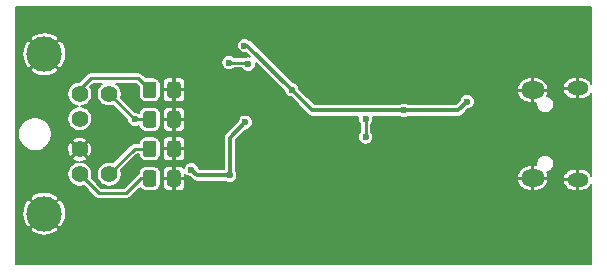
<source format=gbr>
%TF.GenerationSoftware,KiCad,Pcbnew,(5.1.9)-1*%
%TF.CreationDate,2021-12-10T21:49:07-06:00*%
%TF.ProjectId,minirib-usb,6d696e69-7269-4622-9d75-73622e6b6963,A*%
%TF.SameCoordinates,Original*%
%TF.FileFunction,Copper,L2,Bot*%
%TF.FilePolarity,Positive*%
%FSLAX46Y46*%
G04 Gerber Fmt 4.6, Leading zero omitted, Abs format (unit mm)*
G04 Created by KiCad (PCBNEW (5.1.9)-1) date 2021-12-10 21:49:07*
%MOMM*%
%LPD*%
G01*
G04 APERTURE LIST*
%TA.AperFunction,ComponentPad*%
%ADD10C,1.400000*%
%TD*%
%TA.AperFunction,ComponentPad*%
%ADD11C,3.000000*%
%TD*%
%TA.AperFunction,ComponentPad*%
%ADD12O,2.000000X1.450000*%
%TD*%
%TA.AperFunction,ComponentPad*%
%ADD13O,1.800000X1.150000*%
%TD*%
%TA.AperFunction,ViaPad*%
%ADD14C,0.600000*%
%TD*%
%TA.AperFunction,Conductor*%
%ADD15C,0.350000*%
%TD*%
%TA.AperFunction,Conductor*%
%ADD16C,0.250000*%
%TD*%
%TA.AperFunction,Conductor*%
%ADD17C,0.200000*%
%TD*%
%TA.AperFunction,Conductor*%
%ADD18C,0.100000*%
%TD*%
G04 APERTURE END LIST*
D10*
%TO.P,J2,1*%
%TO.N,GND*%
X128300000Y-101300000D03*
D11*
%TO.P,J2,SH*%
X125300000Y-93250000D03*
X125300000Y-106750000D03*
D10*
%TO.P,J2,2*%
%TO.N,BIAS*%
X128300000Y-98700000D03*
%TO.P,J2,3*%
%TO.N,BUSY*%
X128300000Y-103400000D03*
%TO.P,J2,6*%
%TO.N,BUS-*%
X130800000Y-96600000D03*
%TO.P,J2,4*%
%TO.N,~BUSY*%
X128300000Y-96600000D03*
%TO.P,J2,5*%
%TO.N,BUS+*%
X130800000Y-103400000D03*
%TD*%
%TO.P,D1,1*%
%TO.N,BUS-*%
%TA.AperFunction,SMDPad,CuDef*%
G36*
G01*
X133650000Y-99200001D02*
X133650000Y-98299999D01*
G75*
G02*
X133899999Y-98050000I249999J0D01*
G01*
X134550001Y-98050000D01*
G75*
G02*
X134800000Y-98299999I0J-249999D01*
G01*
X134800000Y-99200001D01*
G75*
G02*
X134550001Y-99450000I-249999J0D01*
G01*
X133899999Y-99450000D01*
G75*
G02*
X133650000Y-99200001I0J249999D01*
G01*
G37*
%TD.AperFunction*%
%TO.P,D1,2*%
%TO.N,GND*%
%TA.AperFunction,SMDPad,CuDef*%
G36*
G01*
X135700000Y-99200001D02*
X135700000Y-98299999D01*
G75*
G02*
X135949999Y-98050000I249999J0D01*
G01*
X136600001Y-98050000D01*
G75*
G02*
X136850000Y-98299999I0J-249999D01*
G01*
X136850000Y-99200001D01*
G75*
G02*
X136600001Y-99450000I-249999J0D01*
G01*
X135949999Y-99450000D01*
G75*
G02*
X135700000Y-99200001I0J249999D01*
G01*
G37*
%TD.AperFunction*%
%TD*%
%TO.P,D2,2*%
%TO.N,GND*%
%TA.AperFunction,SMDPad,CuDef*%
G36*
G01*
X135700000Y-96700001D02*
X135700000Y-95799999D01*
G75*
G02*
X135949999Y-95550000I249999J0D01*
G01*
X136600001Y-95550000D01*
G75*
G02*
X136850000Y-95799999I0J-249999D01*
G01*
X136850000Y-96700001D01*
G75*
G02*
X136600001Y-96950000I-249999J0D01*
G01*
X135949999Y-96950000D01*
G75*
G02*
X135700000Y-96700001I0J249999D01*
G01*
G37*
%TD.AperFunction*%
%TO.P,D2,1*%
%TO.N,~BUSY*%
%TA.AperFunction,SMDPad,CuDef*%
G36*
G01*
X133650000Y-96700001D02*
X133650000Y-95799999D01*
G75*
G02*
X133899999Y-95550000I249999J0D01*
G01*
X134550001Y-95550000D01*
G75*
G02*
X134800000Y-95799999I0J-249999D01*
G01*
X134800000Y-96700001D01*
G75*
G02*
X134550001Y-96950000I-249999J0D01*
G01*
X133899999Y-96950000D01*
G75*
G02*
X133650000Y-96700001I0J249999D01*
G01*
G37*
%TD.AperFunction*%
%TD*%
%TO.P,D3,1*%
%TO.N,GND*%
%TA.AperFunction,SMDPad,CuDef*%
G36*
G01*
X136850000Y-103299999D02*
X136850000Y-104200001D01*
G75*
G02*
X136600001Y-104450000I-249999J0D01*
G01*
X135949999Y-104450000D01*
G75*
G02*
X135700000Y-104200001I0J249999D01*
G01*
X135700000Y-103299999D01*
G75*
G02*
X135949999Y-103050000I249999J0D01*
G01*
X136600001Y-103050000D01*
G75*
G02*
X136850000Y-103299999I0J-249999D01*
G01*
G37*
%TD.AperFunction*%
%TO.P,D3,2*%
%TO.N,BUSY*%
%TA.AperFunction,SMDPad,CuDef*%
G36*
G01*
X134800000Y-103299999D02*
X134800000Y-104200001D01*
G75*
G02*
X134550001Y-104450000I-249999J0D01*
G01*
X133899999Y-104450000D01*
G75*
G02*
X133650000Y-104200001I0J249999D01*
G01*
X133650000Y-103299999D01*
G75*
G02*
X133899999Y-103050000I249999J0D01*
G01*
X134550001Y-103050000D01*
G75*
G02*
X134800000Y-103299999I0J-249999D01*
G01*
G37*
%TD.AperFunction*%
%TD*%
%TO.P,D4,1*%
%TO.N,GND*%
%TA.AperFunction,SMDPad,CuDef*%
G36*
G01*
X136850000Y-100799999D02*
X136850000Y-101700001D01*
G75*
G02*
X136600001Y-101950000I-249999J0D01*
G01*
X135949999Y-101950000D01*
G75*
G02*
X135700000Y-101700001I0J249999D01*
G01*
X135700000Y-100799999D01*
G75*
G02*
X135949999Y-100550000I249999J0D01*
G01*
X136600001Y-100550000D01*
G75*
G02*
X136850000Y-100799999I0J-249999D01*
G01*
G37*
%TD.AperFunction*%
%TO.P,D4,2*%
%TO.N,BUS+*%
%TA.AperFunction,SMDPad,CuDef*%
G36*
G01*
X134800000Y-100799999D02*
X134800000Y-101700001D01*
G75*
G02*
X134550001Y-101950000I-249999J0D01*
G01*
X133899999Y-101950000D01*
G75*
G02*
X133650000Y-101700001I0J249999D01*
G01*
X133650000Y-100799999D01*
G75*
G02*
X133899999Y-100550000I249999J0D01*
G01*
X134550001Y-100550000D01*
G75*
G02*
X134800000Y-100799999I0J-249999D01*
G01*
G37*
%TD.AperFunction*%
%TD*%
D12*
%TO.P,J1,6*%
%TO.N,GND*%
X166650000Y-103725000D03*
X166650000Y-96275000D03*
D13*
X170450000Y-103875000D03*
X170450000Y-96125000D03*
%TD*%
D14*
%TO.N,GND*%
X123250000Y-110750000D03*
X124250000Y-110750000D03*
X125250000Y-110750000D03*
X126250000Y-110750000D03*
X127250000Y-110750000D03*
X128250000Y-110750000D03*
X129250000Y-110750000D03*
X130250000Y-110750000D03*
X131250000Y-110750000D03*
X132250000Y-110750000D03*
X133250000Y-110750000D03*
X134250000Y-110750000D03*
X135250000Y-110750000D03*
X136250000Y-110750000D03*
X137250000Y-110750000D03*
X138250000Y-110750000D03*
X139250000Y-110750000D03*
X140250000Y-110750000D03*
X141250000Y-110750000D03*
X142250000Y-110750000D03*
X143250000Y-110750000D03*
X144250000Y-110750000D03*
X145250000Y-110750000D03*
X146250000Y-110750000D03*
X147250000Y-110750000D03*
X148250000Y-110750000D03*
X149250000Y-110750000D03*
X150250000Y-110750000D03*
X151250000Y-110750000D03*
X152250000Y-110750000D03*
X153250000Y-110750000D03*
X154250000Y-110750000D03*
X155250000Y-110750000D03*
X156250000Y-110750000D03*
X157250000Y-110750000D03*
X158250000Y-110750000D03*
X159250000Y-110750000D03*
X160250000Y-110750000D03*
X161250000Y-110750000D03*
X162250000Y-110750000D03*
X163250000Y-110750000D03*
X164250000Y-110750000D03*
X165250000Y-110750000D03*
X166250000Y-110750000D03*
X167250000Y-110750000D03*
X168250000Y-110750000D03*
X169250000Y-110750000D03*
X170250000Y-110750000D03*
X171250000Y-110750000D03*
X171250000Y-89500000D03*
X140250000Y-89500000D03*
X123250000Y-89500000D03*
X146250000Y-89500000D03*
X163250000Y-89500000D03*
X127250000Y-89500000D03*
X155250000Y-89500000D03*
X151250000Y-89500000D03*
X148250000Y-89500000D03*
X166250000Y-89500000D03*
X137250000Y-89500000D03*
X143250000Y-89500000D03*
X157250000Y-89500000D03*
X130250000Y-89500000D03*
X159250000Y-89500000D03*
X125250000Y-89500000D03*
X129250000Y-89500000D03*
X131250000Y-89500000D03*
X128250000Y-89500000D03*
X134250000Y-89500000D03*
X153250000Y-89500000D03*
X124250000Y-89500000D03*
X126250000Y-89500000D03*
X138250000Y-89500000D03*
X147250000Y-89500000D03*
X141250000Y-89500000D03*
X144250000Y-89500000D03*
X135250000Y-89500000D03*
X158250000Y-89500000D03*
X149250000Y-89500000D03*
X150250000Y-89500000D03*
X152250000Y-89500000D03*
X154250000Y-89500000D03*
X156250000Y-89500000D03*
X161250000Y-89500000D03*
X132250000Y-89500000D03*
X165250000Y-89500000D03*
X162250000Y-89500000D03*
X164250000Y-89500000D03*
X142250000Y-89500000D03*
X133250000Y-89500000D03*
X160250000Y-89500000D03*
X139250000Y-89500000D03*
X145250000Y-89500000D03*
X136250000Y-89500000D03*
X168250000Y-89500000D03*
X169250000Y-89500000D03*
X170250000Y-89500000D03*
X167250000Y-89500000D03*
X135250000Y-102500000D03*
X135250000Y-100000000D03*
X133250000Y-102500000D03*
X151500000Y-104750000D03*
X150250000Y-104750000D03*
X149000000Y-104750000D03*
X148500000Y-102250000D03*
X147500000Y-102250000D03*
X147500000Y-101250000D03*
X147500000Y-100000000D03*
X150000000Y-100000000D03*
X155500000Y-101250000D03*
X153750000Y-96000000D03*
X154750000Y-96000000D03*
X155750000Y-96000000D03*
X156750000Y-96000000D03*
X157750000Y-96000000D03*
X157750000Y-97000000D03*
X156750000Y-97000000D03*
X155750000Y-97000000D03*
X152750000Y-96000000D03*
X157750000Y-99000000D03*
X135500000Y-109000000D03*
X138000000Y-109000000D03*
X140500000Y-109000000D03*
X138000000Y-107000000D03*
X171250000Y-109750000D03*
X171250000Y-108750000D03*
X171250000Y-107750000D03*
X171250000Y-106750000D03*
X171250000Y-105750000D03*
X171250000Y-90500000D03*
X171250000Y-91500000D03*
X171250000Y-92500000D03*
X171250000Y-93500000D03*
X171250000Y-94500000D03*
X171250000Y-97500000D03*
X171250000Y-98500000D03*
X171250000Y-99500000D03*
X171250000Y-100500000D03*
X171250000Y-101500000D03*
X171250000Y-102500000D03*
%TO.N,+5V*%
X161100011Y-97250000D03*
X146250000Y-96250000D03*
X141000000Y-103500000D03*
X142320000Y-99000000D03*
X155750000Y-98000000D03*
X142250000Y-92500000D03*
X137750000Y-103000000D03*
%TO.N,~DTR*%
X152500000Y-100250000D03*
X152500000Y-98750000D03*
%TO.N,BUS-*%
X132950000Y-98750000D03*
%TO.N,BUS+*%
X140943058Y-93943058D03*
X142576942Y-94076942D03*
%TD*%
D15*
%TO.N,+5V*%
X161100011Y-97250000D02*
X160350011Y-98000000D01*
X148000000Y-98000000D02*
X146250000Y-96250000D01*
X141000000Y-100320000D02*
X142320000Y-99000000D01*
X141000000Y-103500000D02*
X141000000Y-100320000D01*
X155750000Y-98000000D02*
X148000000Y-98000000D01*
X160350011Y-98000000D02*
X155750000Y-98000000D01*
X142500000Y-92500000D02*
X142250000Y-92500000D01*
X146250000Y-96250000D02*
X142500000Y-92500000D01*
X138250000Y-103500000D02*
X137750000Y-103000000D01*
X141000000Y-103500000D02*
X138250000Y-103500000D01*
D16*
%TO.N,~DTR*%
X152500000Y-100250000D02*
X152500000Y-98750000D01*
%TO.N,BUS-*%
X132950000Y-98750000D02*
X130800000Y-96600000D01*
X134225000Y-98750000D02*
X132950000Y-98750000D01*
%TO.N,~BUSY*%
X134225000Y-96250000D02*
X134225000Y-96225000D01*
X134225000Y-96225000D02*
X133250000Y-95250000D01*
X133250000Y-95250000D02*
X129250000Y-95250000D01*
X128300000Y-96200000D02*
X128300000Y-96600000D01*
X129250000Y-95250000D02*
X128300000Y-96200000D01*
%TO.N,BUSY*%
X134225000Y-103750000D02*
X133500000Y-103750000D01*
X133500000Y-103750000D02*
X132250000Y-105000000D01*
X129900000Y-105000000D02*
X128300000Y-103400000D01*
X132250000Y-105000000D02*
X129900000Y-105000000D01*
%TO.N,BUS+*%
X132950000Y-101250000D02*
X130800000Y-103400000D01*
X134225000Y-101250000D02*
X132950000Y-101250000D01*
X142443058Y-93943058D02*
X142576942Y-94076942D01*
X140943058Y-93943058D02*
X142443058Y-93943058D01*
%TD*%
D17*
%TO.N,GND*%
X171625000Y-95766409D02*
X171571888Y-95652670D01*
X171464429Y-95506281D01*
X171330476Y-95383669D01*
X171175176Y-95289546D01*
X171004498Y-95227528D01*
X170825000Y-95200000D01*
X170500000Y-95200000D01*
X170500000Y-96075000D01*
X170520000Y-96075000D01*
X170520000Y-96175000D01*
X170500000Y-96175000D01*
X170500000Y-97050000D01*
X170825000Y-97050000D01*
X171004498Y-97022472D01*
X171175176Y-96960454D01*
X171330476Y-96866331D01*
X171464429Y-96743719D01*
X171571888Y-96597330D01*
X171625000Y-96483591D01*
X171625001Y-103516410D01*
X171571888Y-103402670D01*
X171464429Y-103256281D01*
X171330476Y-103133669D01*
X171175176Y-103039546D01*
X171004498Y-102977528D01*
X170825000Y-102950000D01*
X170500000Y-102950000D01*
X170500000Y-103825000D01*
X170520000Y-103825000D01*
X170520000Y-103925000D01*
X170500000Y-103925000D01*
X170500000Y-104800000D01*
X170825000Y-104800000D01*
X171004498Y-104772472D01*
X171175176Y-104710454D01*
X171330476Y-104616331D01*
X171464429Y-104493719D01*
X171571888Y-104347330D01*
X171625001Y-104233590D01*
X171625001Y-111025000D01*
X122875000Y-111025000D01*
X122875000Y-108037461D01*
X124083250Y-108037461D01*
X124248182Y-108282768D01*
X124567420Y-108458516D01*
X124914811Y-108568606D01*
X125277005Y-108608808D01*
X125640082Y-108577578D01*
X125990090Y-108476115D01*
X126313579Y-108308318D01*
X126351818Y-108282768D01*
X126516750Y-108037461D01*
X125300000Y-106820711D01*
X124083250Y-108037461D01*
X122875000Y-108037461D01*
X122875000Y-106727005D01*
X123441192Y-106727005D01*
X123472422Y-107090082D01*
X123573885Y-107440090D01*
X123741682Y-107763579D01*
X123767232Y-107801818D01*
X124012539Y-107966750D01*
X125229289Y-106750000D01*
X125370711Y-106750000D01*
X126587461Y-107966750D01*
X126832768Y-107801818D01*
X127008516Y-107482580D01*
X127118606Y-107135189D01*
X127158808Y-106772995D01*
X127127578Y-106409918D01*
X127026115Y-106059910D01*
X126858318Y-105736421D01*
X126832768Y-105698182D01*
X126587461Y-105533250D01*
X125370711Y-106750000D01*
X125229289Y-106750000D01*
X124012539Y-105533250D01*
X123767232Y-105698182D01*
X123591484Y-106017420D01*
X123481394Y-106364811D01*
X123441192Y-106727005D01*
X122875000Y-106727005D01*
X122875000Y-105462539D01*
X124083250Y-105462539D01*
X125300000Y-106679289D01*
X126516750Y-105462539D01*
X126351818Y-105217232D01*
X126032580Y-105041484D01*
X125685189Y-104931394D01*
X125322995Y-104891192D01*
X124959918Y-104922422D01*
X124609910Y-105023885D01*
X124286421Y-105191682D01*
X124248182Y-105217232D01*
X124083250Y-105462539D01*
X122875000Y-105462539D01*
X122875000Y-103296584D01*
X127250000Y-103296584D01*
X127250000Y-103503416D01*
X127290350Y-103706274D01*
X127369502Y-103897362D01*
X127484411Y-104069336D01*
X127630664Y-104215589D01*
X127802638Y-104330498D01*
X127993726Y-104409650D01*
X128196584Y-104450000D01*
X128403416Y-104450000D01*
X128606274Y-104409650D01*
X128628636Y-104400387D01*
X129547625Y-105319377D01*
X129562499Y-105337501D01*
X129634827Y-105396859D01*
X129717344Y-105440965D01*
X129717346Y-105440966D01*
X129806884Y-105468127D01*
X129900000Y-105477298D01*
X129923332Y-105475000D01*
X132226668Y-105475000D01*
X132250000Y-105477298D01*
X132273332Y-105475000D01*
X132343116Y-105468127D01*
X132432654Y-105440966D01*
X132515173Y-105396859D01*
X132587501Y-105337501D01*
X132602384Y-105319366D01*
X133395446Y-104526305D01*
X133399710Y-104534283D01*
X133474539Y-104625461D01*
X133565717Y-104700290D01*
X133669741Y-104755892D01*
X133782615Y-104790132D01*
X133899999Y-104801693D01*
X134550001Y-104801693D01*
X134667385Y-104790132D01*
X134780259Y-104755892D01*
X134884283Y-104700290D01*
X134975461Y-104625461D01*
X135050290Y-104534283D01*
X135095340Y-104450000D01*
X135348306Y-104450000D01*
X135355064Y-104518612D01*
X135375077Y-104584587D01*
X135407577Y-104645391D01*
X135451315Y-104698685D01*
X135504609Y-104742423D01*
X135565413Y-104774923D01*
X135631388Y-104794936D01*
X135700000Y-104801694D01*
X136137500Y-104800000D01*
X136225000Y-104712500D01*
X136225000Y-103800000D01*
X136325000Y-103800000D01*
X136325000Y-104712500D01*
X136412500Y-104800000D01*
X136850000Y-104801694D01*
X136918612Y-104794936D01*
X136984587Y-104774923D01*
X137045391Y-104742423D01*
X137098685Y-104698685D01*
X137142423Y-104645391D01*
X137174923Y-104584587D01*
X137194936Y-104518612D01*
X137201694Y-104450000D01*
X137200000Y-103887500D01*
X137112500Y-103800000D01*
X136325000Y-103800000D01*
X136225000Y-103800000D01*
X135437500Y-103800000D01*
X135350000Y-103887500D01*
X135348306Y-104450000D01*
X135095340Y-104450000D01*
X135105892Y-104430259D01*
X135140132Y-104317385D01*
X135151693Y-104200001D01*
X135151693Y-103299999D01*
X135140132Y-103182615D01*
X135105892Y-103069741D01*
X135095341Y-103050000D01*
X135348306Y-103050000D01*
X135350000Y-103612500D01*
X135437500Y-103700000D01*
X136225000Y-103700000D01*
X136225000Y-102787500D01*
X136325000Y-102787500D01*
X136325000Y-103700000D01*
X137112500Y-103700000D01*
X137200000Y-103612500D01*
X137200796Y-103348027D01*
X137245112Y-103414351D01*
X137335649Y-103504888D01*
X137442110Y-103576022D01*
X137560402Y-103625021D01*
X137650475Y-103642938D01*
X137860538Y-103853001D01*
X137876973Y-103873027D01*
X137896999Y-103889462D01*
X137897003Y-103889466D01*
X137906625Y-103897362D01*
X137956914Y-103938633D01*
X138048119Y-103987383D01*
X138147082Y-104017403D01*
X138224212Y-104025000D01*
X138224220Y-104025000D01*
X138250000Y-104027539D01*
X138275780Y-104025000D01*
X140615749Y-104025000D01*
X140692110Y-104076022D01*
X140810402Y-104125021D01*
X140935981Y-104150000D01*
X141064019Y-104150000D01*
X141189598Y-104125021D01*
X141307890Y-104076022D01*
X141414351Y-104004888D01*
X141476869Y-103942370D01*
X165322205Y-103942370D01*
X165362696Y-104090191D01*
X165453392Y-104280665D01*
X165579505Y-104449785D01*
X165736189Y-104591052D01*
X165917422Y-104699037D01*
X166116239Y-104769590D01*
X166325000Y-104800000D01*
X166600000Y-104800000D01*
X166600000Y-103775000D01*
X166700000Y-103775000D01*
X166700000Y-104800000D01*
X166975000Y-104800000D01*
X167183761Y-104769590D01*
X167382578Y-104699037D01*
X167563811Y-104591052D01*
X167720495Y-104449785D01*
X167846608Y-104280665D01*
X167937304Y-104090191D01*
X167943142Y-104068875D01*
X169220545Y-104068875D01*
X169251277Y-104182789D01*
X169328112Y-104347330D01*
X169435571Y-104493719D01*
X169569524Y-104616331D01*
X169724824Y-104710454D01*
X169895502Y-104772472D01*
X170075000Y-104800000D01*
X170400000Y-104800000D01*
X170400000Y-103925000D01*
X169288994Y-103925000D01*
X169220545Y-104068875D01*
X167943142Y-104068875D01*
X167977795Y-103942370D01*
X167911233Y-103775000D01*
X166700000Y-103775000D01*
X166600000Y-103775000D01*
X165388767Y-103775000D01*
X165322205Y-103942370D01*
X141476869Y-103942370D01*
X141504888Y-103914351D01*
X141576022Y-103807890D01*
X141625021Y-103689598D01*
X141626706Y-103681125D01*
X169220545Y-103681125D01*
X169288994Y-103825000D01*
X170400000Y-103825000D01*
X170400000Y-102950000D01*
X170075000Y-102950000D01*
X169895502Y-102977528D01*
X169724824Y-103039546D01*
X169569524Y-103133669D01*
X169435571Y-103256281D01*
X169328112Y-103402670D01*
X169251277Y-103567211D01*
X169220545Y-103681125D01*
X141626706Y-103681125D01*
X141650000Y-103564019D01*
X141650000Y-103507630D01*
X165322205Y-103507630D01*
X165388767Y-103675000D01*
X166600000Y-103675000D01*
X166600000Y-102650000D01*
X166700000Y-102650000D01*
X166700000Y-103675000D01*
X167911233Y-103675000D01*
X167977795Y-103507630D01*
X167937304Y-103359809D01*
X167875401Y-103229804D01*
X167918767Y-103221178D01*
X168055258Y-103164641D01*
X168178097Y-103082563D01*
X168282563Y-102978097D01*
X168364641Y-102855258D01*
X168421178Y-102718767D01*
X168450000Y-102573869D01*
X168450000Y-102426131D01*
X168421178Y-102281233D01*
X168364641Y-102144742D01*
X168282563Y-102021903D01*
X168178097Y-101917437D01*
X168055258Y-101835359D01*
X167918767Y-101778822D01*
X167773869Y-101750000D01*
X167626131Y-101750000D01*
X167481233Y-101778822D01*
X167344742Y-101835359D01*
X167221903Y-101917437D01*
X167117437Y-102021903D01*
X167035359Y-102144742D01*
X166978822Y-102281233D01*
X166950000Y-102426131D01*
X166950000Y-102573869D01*
X166965143Y-102650000D01*
X166700000Y-102650000D01*
X166600000Y-102650000D01*
X166325000Y-102650000D01*
X166116239Y-102680410D01*
X165917422Y-102750963D01*
X165736189Y-102858948D01*
X165579505Y-103000215D01*
X165453392Y-103169335D01*
X165362696Y-103359809D01*
X165322205Y-103507630D01*
X141650000Y-103507630D01*
X141650000Y-103435981D01*
X141625021Y-103310402D01*
X141576022Y-103192110D01*
X141525000Y-103115749D01*
X141525000Y-100537461D01*
X142419524Y-99642938D01*
X142509598Y-99625021D01*
X142627890Y-99576022D01*
X142734351Y-99504888D01*
X142824888Y-99414351D01*
X142896022Y-99307890D01*
X142945021Y-99189598D01*
X142970000Y-99064019D01*
X142970000Y-98935981D01*
X142945021Y-98810402D01*
X142896022Y-98692110D01*
X142824888Y-98585649D01*
X142734351Y-98495112D01*
X142627890Y-98423978D01*
X142509598Y-98374979D01*
X142384019Y-98350000D01*
X142255981Y-98350000D01*
X142130402Y-98374979D01*
X142012110Y-98423978D01*
X141905649Y-98495112D01*
X141815112Y-98585649D01*
X141743978Y-98692110D01*
X141694979Y-98810402D01*
X141677062Y-98900476D01*
X140647005Y-99930534D01*
X140626974Y-99946973D01*
X140610535Y-99967004D01*
X140561367Y-100026915D01*
X140512617Y-100118120D01*
X140482597Y-100217083D01*
X140472461Y-100320000D01*
X140475001Y-100345790D01*
X140475000Y-102975000D01*
X138467462Y-102975000D01*
X138392938Y-102900475D01*
X138375021Y-102810402D01*
X138326022Y-102692110D01*
X138254888Y-102585649D01*
X138164351Y-102495112D01*
X138057890Y-102423978D01*
X137939598Y-102374979D01*
X137814019Y-102350000D01*
X137685981Y-102350000D01*
X137560402Y-102374979D01*
X137442110Y-102423978D01*
X137335649Y-102495112D01*
X137245112Y-102585649D01*
X137173978Y-102692110D01*
X137124979Y-102810402D01*
X137121304Y-102828876D01*
X137098685Y-102801315D01*
X137045391Y-102757577D01*
X136984587Y-102725077D01*
X136918612Y-102705064D01*
X136850000Y-102698306D01*
X136412500Y-102700000D01*
X136325000Y-102787500D01*
X136225000Y-102787500D01*
X136137500Y-102700000D01*
X135700000Y-102698306D01*
X135631388Y-102705064D01*
X135565413Y-102725077D01*
X135504609Y-102757577D01*
X135451315Y-102801315D01*
X135407577Y-102854609D01*
X135375077Y-102915413D01*
X135355064Y-102981388D01*
X135348306Y-103050000D01*
X135095341Y-103050000D01*
X135050290Y-102965717D01*
X134975461Y-102874539D01*
X134884283Y-102799710D01*
X134780259Y-102744108D01*
X134667385Y-102709868D01*
X134550001Y-102698307D01*
X133899999Y-102698307D01*
X133782615Y-102709868D01*
X133669741Y-102744108D01*
X133565717Y-102799710D01*
X133474539Y-102874539D01*
X133399710Y-102965717D01*
X133344108Y-103069741D01*
X133309868Y-103182615D01*
X133298307Y-103299999D01*
X133298307Y-103319210D01*
X133234827Y-103353141D01*
X133162499Y-103412499D01*
X133147620Y-103430629D01*
X132053250Y-104525000D01*
X130096752Y-104525000D01*
X129300387Y-103728636D01*
X129309650Y-103706274D01*
X129350000Y-103503416D01*
X129350000Y-103296584D01*
X129750000Y-103296584D01*
X129750000Y-103503416D01*
X129790350Y-103706274D01*
X129869502Y-103897362D01*
X129984411Y-104069336D01*
X130130664Y-104215589D01*
X130302638Y-104330498D01*
X130493726Y-104409650D01*
X130696584Y-104450000D01*
X130903416Y-104450000D01*
X131106274Y-104409650D01*
X131297362Y-104330498D01*
X131469336Y-104215589D01*
X131615589Y-104069336D01*
X131730498Y-103897362D01*
X131809650Y-103706274D01*
X131850000Y-103503416D01*
X131850000Y-103296584D01*
X131809650Y-103093726D01*
X131800387Y-103071363D01*
X133146751Y-101725000D01*
X133300769Y-101725000D01*
X133309868Y-101817385D01*
X133344108Y-101930259D01*
X133399710Y-102034283D01*
X133474539Y-102125461D01*
X133565717Y-102200290D01*
X133669741Y-102255892D01*
X133782615Y-102290132D01*
X133899999Y-102301693D01*
X134550001Y-102301693D01*
X134667385Y-102290132D01*
X134780259Y-102255892D01*
X134884283Y-102200290D01*
X134975461Y-102125461D01*
X135050290Y-102034283D01*
X135095340Y-101950000D01*
X135348306Y-101950000D01*
X135355064Y-102018612D01*
X135375077Y-102084587D01*
X135407577Y-102145391D01*
X135451315Y-102198685D01*
X135504609Y-102242423D01*
X135565413Y-102274923D01*
X135631388Y-102294936D01*
X135700000Y-102301694D01*
X136137500Y-102300000D01*
X136225000Y-102212500D01*
X136225000Y-101300000D01*
X136325000Y-101300000D01*
X136325000Y-102212500D01*
X136412500Y-102300000D01*
X136850000Y-102301694D01*
X136918612Y-102294936D01*
X136984587Y-102274923D01*
X137045391Y-102242423D01*
X137098685Y-102198685D01*
X137142423Y-102145391D01*
X137174923Y-102084587D01*
X137194936Y-102018612D01*
X137201694Y-101950000D01*
X137200000Y-101387500D01*
X137112500Y-101300000D01*
X136325000Y-101300000D01*
X136225000Y-101300000D01*
X135437500Y-101300000D01*
X135350000Y-101387500D01*
X135348306Y-101950000D01*
X135095340Y-101950000D01*
X135105892Y-101930259D01*
X135140132Y-101817385D01*
X135151693Y-101700001D01*
X135151693Y-100799999D01*
X135140132Y-100682615D01*
X135105892Y-100569741D01*
X135095341Y-100550000D01*
X135348306Y-100550000D01*
X135350000Y-101112500D01*
X135437500Y-101200000D01*
X136225000Y-101200000D01*
X136225000Y-100287500D01*
X136325000Y-100287500D01*
X136325000Y-101200000D01*
X137112500Y-101200000D01*
X137200000Y-101112500D01*
X137201694Y-100550000D01*
X137194936Y-100481388D01*
X137174923Y-100415413D01*
X137142423Y-100354609D01*
X137098685Y-100301315D01*
X137045391Y-100257577D01*
X136984587Y-100225077D01*
X136918612Y-100205064D01*
X136850000Y-100198306D01*
X136412500Y-100200000D01*
X136325000Y-100287500D01*
X136225000Y-100287500D01*
X136137500Y-100200000D01*
X135700000Y-100198306D01*
X135631388Y-100205064D01*
X135565413Y-100225077D01*
X135504609Y-100257577D01*
X135451315Y-100301315D01*
X135407577Y-100354609D01*
X135375077Y-100415413D01*
X135355064Y-100481388D01*
X135348306Y-100550000D01*
X135095341Y-100550000D01*
X135050290Y-100465717D01*
X134975461Y-100374539D01*
X134884283Y-100299710D01*
X134780259Y-100244108D01*
X134667385Y-100209868D01*
X134550001Y-100198307D01*
X133899999Y-100198307D01*
X133782615Y-100209868D01*
X133669741Y-100244108D01*
X133565717Y-100299710D01*
X133474539Y-100374539D01*
X133399710Y-100465717D01*
X133344108Y-100569741D01*
X133309868Y-100682615D01*
X133300769Y-100775000D01*
X132973331Y-100775000D01*
X132949999Y-100772702D01*
X132856883Y-100781873D01*
X132829722Y-100790112D01*
X132767346Y-100809034D01*
X132684827Y-100853141D01*
X132612499Y-100912499D01*
X132597621Y-100930628D01*
X131128637Y-102399613D01*
X131106274Y-102390350D01*
X130903416Y-102350000D01*
X130696584Y-102350000D01*
X130493726Y-102390350D01*
X130302638Y-102469502D01*
X130130664Y-102584411D01*
X129984411Y-102730664D01*
X129869502Y-102902638D01*
X129790350Y-103093726D01*
X129750000Y-103296584D01*
X129350000Y-103296584D01*
X129309650Y-103093726D01*
X129230498Y-102902638D01*
X129115589Y-102730664D01*
X128969336Y-102584411D01*
X128797362Y-102469502D01*
X128606274Y-102390350D01*
X128403416Y-102350000D01*
X128355870Y-102350000D01*
X128514250Y-102333098D01*
X128711680Y-102271449D01*
X128879014Y-102182009D01*
X128947913Y-102018624D01*
X128300000Y-101370711D01*
X127652087Y-102018624D01*
X127720986Y-102182009D01*
X127904184Y-102278021D01*
X128102591Y-102336449D01*
X128252693Y-102350000D01*
X128196584Y-102350000D01*
X127993726Y-102390350D01*
X127802638Y-102469502D01*
X127630664Y-102584411D01*
X127484411Y-102730664D01*
X127369502Y-102902638D01*
X127290350Y-103093726D01*
X127250000Y-103296584D01*
X122875000Y-103296584D01*
X122875000Y-99857187D01*
X123050000Y-99857187D01*
X123050000Y-100142813D01*
X123105723Y-100422949D01*
X123215027Y-100686833D01*
X123373711Y-100924321D01*
X123575679Y-101126289D01*
X123813167Y-101284973D01*
X124077051Y-101394277D01*
X124357187Y-101450000D01*
X124642813Y-101450000D01*
X124922949Y-101394277D01*
X125129826Y-101308586D01*
X127244954Y-101308586D01*
X127266902Y-101514250D01*
X127328551Y-101711680D01*
X127417991Y-101879014D01*
X127581376Y-101947913D01*
X128229289Y-101300000D01*
X128370711Y-101300000D01*
X129018624Y-101947913D01*
X129182009Y-101879014D01*
X129278021Y-101695816D01*
X129336449Y-101497409D01*
X129355046Y-101291414D01*
X129333098Y-101085750D01*
X129271449Y-100888320D01*
X129182009Y-100720986D01*
X129018624Y-100652087D01*
X128370711Y-101300000D01*
X128229289Y-101300000D01*
X127581376Y-100652087D01*
X127417991Y-100720986D01*
X127321979Y-100904184D01*
X127263551Y-101102591D01*
X127244954Y-101308586D01*
X125129826Y-101308586D01*
X125186833Y-101284973D01*
X125424321Y-101126289D01*
X125626289Y-100924321D01*
X125784973Y-100686833D01*
X125828654Y-100581376D01*
X127652087Y-100581376D01*
X128300000Y-101229289D01*
X128947913Y-100581376D01*
X128879014Y-100417991D01*
X128695816Y-100321979D01*
X128497409Y-100263551D01*
X128291414Y-100244954D01*
X128085750Y-100266902D01*
X127888320Y-100328551D01*
X127720986Y-100417991D01*
X127652087Y-100581376D01*
X125828654Y-100581376D01*
X125894277Y-100422949D01*
X125950000Y-100142813D01*
X125950000Y-99857187D01*
X125894277Y-99577051D01*
X125784973Y-99313167D01*
X125626289Y-99075679D01*
X125424321Y-98873711D01*
X125186833Y-98715027D01*
X124922949Y-98605723D01*
X124642813Y-98550000D01*
X124357187Y-98550000D01*
X124077051Y-98605723D01*
X123813167Y-98715027D01*
X123575679Y-98873711D01*
X123373711Y-99075679D01*
X123215027Y-99313167D01*
X123105723Y-99577051D01*
X123050000Y-99857187D01*
X122875000Y-99857187D01*
X122875000Y-96496584D01*
X127250000Y-96496584D01*
X127250000Y-96703416D01*
X127290350Y-96906274D01*
X127369502Y-97097362D01*
X127484411Y-97269336D01*
X127630664Y-97415589D01*
X127802638Y-97530498D01*
X127993726Y-97609650D01*
X128196584Y-97650000D01*
X127993726Y-97690350D01*
X127802638Y-97769502D01*
X127630664Y-97884411D01*
X127484411Y-98030664D01*
X127369502Y-98202638D01*
X127290350Y-98393726D01*
X127250000Y-98596584D01*
X127250000Y-98803416D01*
X127290350Y-99006274D01*
X127369502Y-99197362D01*
X127484411Y-99369336D01*
X127630664Y-99515589D01*
X127802638Y-99630498D01*
X127993726Y-99709650D01*
X128196584Y-99750000D01*
X128403416Y-99750000D01*
X128606274Y-99709650D01*
X128797362Y-99630498D01*
X128969336Y-99515589D01*
X129115589Y-99369336D01*
X129230498Y-99197362D01*
X129309650Y-99006274D01*
X129350000Y-98803416D01*
X129350000Y-98596584D01*
X129309650Y-98393726D01*
X129230498Y-98202638D01*
X129115589Y-98030664D01*
X128969336Y-97884411D01*
X128797362Y-97769502D01*
X128606274Y-97690350D01*
X128403416Y-97650000D01*
X128606274Y-97609650D01*
X128797362Y-97530498D01*
X128969336Y-97415589D01*
X129115589Y-97269336D01*
X129230498Y-97097362D01*
X129309650Y-96906274D01*
X129350000Y-96703416D01*
X129350000Y-96496584D01*
X129309650Y-96293726D01*
X129230498Y-96102638D01*
X129165856Y-96005895D01*
X129446752Y-95725000D01*
X130219579Y-95725000D01*
X130130664Y-95784411D01*
X129984411Y-95930664D01*
X129869502Y-96102638D01*
X129790350Y-96293726D01*
X129750000Y-96496584D01*
X129750000Y-96703416D01*
X129790350Y-96906274D01*
X129869502Y-97097362D01*
X129984411Y-97269336D01*
X130130664Y-97415589D01*
X130302638Y-97530498D01*
X130493726Y-97609650D01*
X130696584Y-97650000D01*
X130903416Y-97650000D01*
X131106274Y-97609650D01*
X131128637Y-97600387D01*
X132300000Y-98771751D01*
X132300000Y-98814019D01*
X132324979Y-98939598D01*
X132373978Y-99057890D01*
X132445112Y-99164351D01*
X132535649Y-99254888D01*
X132642110Y-99326022D01*
X132760402Y-99375021D01*
X132885981Y-99400000D01*
X133014019Y-99400000D01*
X133139598Y-99375021D01*
X133257890Y-99326022D01*
X133307457Y-99292903D01*
X133309868Y-99317385D01*
X133344108Y-99430259D01*
X133399710Y-99534283D01*
X133474539Y-99625461D01*
X133565717Y-99700290D01*
X133669741Y-99755892D01*
X133782615Y-99790132D01*
X133899999Y-99801693D01*
X134550001Y-99801693D01*
X134667385Y-99790132D01*
X134780259Y-99755892D01*
X134884283Y-99700290D01*
X134975461Y-99625461D01*
X135050290Y-99534283D01*
X135095340Y-99450000D01*
X135348306Y-99450000D01*
X135355064Y-99518612D01*
X135375077Y-99584587D01*
X135407577Y-99645391D01*
X135451315Y-99698685D01*
X135504609Y-99742423D01*
X135565413Y-99774923D01*
X135631388Y-99794936D01*
X135700000Y-99801694D01*
X136137500Y-99800000D01*
X136225000Y-99712500D01*
X136225000Y-98800000D01*
X136325000Y-98800000D01*
X136325000Y-99712500D01*
X136412500Y-99800000D01*
X136850000Y-99801694D01*
X136918612Y-99794936D01*
X136984587Y-99774923D01*
X137045391Y-99742423D01*
X137098685Y-99698685D01*
X137142423Y-99645391D01*
X137174923Y-99584587D01*
X137194936Y-99518612D01*
X137201694Y-99450000D01*
X137200000Y-98887500D01*
X137112500Y-98800000D01*
X136325000Y-98800000D01*
X136225000Y-98800000D01*
X135437500Y-98800000D01*
X135350000Y-98887500D01*
X135348306Y-99450000D01*
X135095340Y-99450000D01*
X135105892Y-99430259D01*
X135140132Y-99317385D01*
X135151693Y-99200001D01*
X135151693Y-98299999D01*
X135140132Y-98182615D01*
X135105892Y-98069741D01*
X135095341Y-98050000D01*
X135348306Y-98050000D01*
X135350000Y-98612500D01*
X135437500Y-98700000D01*
X136225000Y-98700000D01*
X136225000Y-97787500D01*
X136325000Y-97787500D01*
X136325000Y-98700000D01*
X137112500Y-98700000D01*
X137200000Y-98612500D01*
X137201694Y-98050000D01*
X137194936Y-97981388D01*
X137174923Y-97915413D01*
X137142423Y-97854609D01*
X137098685Y-97801315D01*
X137045391Y-97757577D01*
X136984587Y-97725077D01*
X136918612Y-97705064D01*
X136850000Y-97698306D01*
X136412500Y-97700000D01*
X136325000Y-97787500D01*
X136225000Y-97787500D01*
X136137500Y-97700000D01*
X135700000Y-97698306D01*
X135631388Y-97705064D01*
X135565413Y-97725077D01*
X135504609Y-97757577D01*
X135451315Y-97801315D01*
X135407577Y-97854609D01*
X135375077Y-97915413D01*
X135355064Y-97981388D01*
X135348306Y-98050000D01*
X135095341Y-98050000D01*
X135050290Y-97965717D01*
X134975461Y-97874539D01*
X134884283Y-97799710D01*
X134780259Y-97744108D01*
X134667385Y-97709868D01*
X134550001Y-97698307D01*
X133899999Y-97698307D01*
X133782615Y-97709868D01*
X133669741Y-97744108D01*
X133565717Y-97799710D01*
X133474539Y-97874539D01*
X133399710Y-97965717D01*
X133344108Y-98069741D01*
X133309868Y-98182615D01*
X133307457Y-98207097D01*
X133257890Y-98173978D01*
X133139598Y-98124979D01*
X133014019Y-98100000D01*
X132971751Y-98100000D01*
X131800387Y-96928637D01*
X131809650Y-96906274D01*
X131850000Y-96703416D01*
X131850000Y-96496584D01*
X131809650Y-96293726D01*
X131730498Y-96102638D01*
X131615589Y-95930664D01*
X131469336Y-95784411D01*
X131380421Y-95725000D01*
X133053250Y-95725000D01*
X133298307Y-95970057D01*
X133298307Y-96700001D01*
X133309868Y-96817385D01*
X133344108Y-96930259D01*
X133399710Y-97034283D01*
X133474539Y-97125461D01*
X133565717Y-97200290D01*
X133669741Y-97255892D01*
X133782615Y-97290132D01*
X133899999Y-97301693D01*
X134550001Y-97301693D01*
X134667385Y-97290132D01*
X134780259Y-97255892D01*
X134884283Y-97200290D01*
X134975461Y-97125461D01*
X135050290Y-97034283D01*
X135095340Y-96950000D01*
X135348306Y-96950000D01*
X135355064Y-97018612D01*
X135375077Y-97084587D01*
X135407577Y-97145391D01*
X135451315Y-97198685D01*
X135504609Y-97242423D01*
X135565413Y-97274923D01*
X135631388Y-97294936D01*
X135700000Y-97301694D01*
X136137500Y-97300000D01*
X136225000Y-97212500D01*
X136225000Y-96300000D01*
X136325000Y-96300000D01*
X136325000Y-97212500D01*
X136412500Y-97300000D01*
X136850000Y-97301694D01*
X136918612Y-97294936D01*
X136984587Y-97274923D01*
X137045391Y-97242423D01*
X137098685Y-97198685D01*
X137142423Y-97145391D01*
X137174923Y-97084587D01*
X137194936Y-97018612D01*
X137201694Y-96950000D01*
X137200000Y-96387500D01*
X137112500Y-96300000D01*
X136325000Y-96300000D01*
X136225000Y-96300000D01*
X135437500Y-96300000D01*
X135350000Y-96387500D01*
X135348306Y-96950000D01*
X135095340Y-96950000D01*
X135105892Y-96930259D01*
X135140132Y-96817385D01*
X135151693Y-96700001D01*
X135151693Y-95799999D01*
X135140132Y-95682615D01*
X135105892Y-95569741D01*
X135095341Y-95550000D01*
X135348306Y-95550000D01*
X135350000Y-96112500D01*
X135437500Y-96200000D01*
X136225000Y-96200000D01*
X136225000Y-95287500D01*
X136325000Y-95287500D01*
X136325000Y-96200000D01*
X137112500Y-96200000D01*
X137200000Y-96112500D01*
X137201694Y-95550000D01*
X137194936Y-95481388D01*
X137174923Y-95415413D01*
X137142423Y-95354609D01*
X137098685Y-95301315D01*
X137045391Y-95257577D01*
X136984587Y-95225077D01*
X136918612Y-95205064D01*
X136850000Y-95198306D01*
X136412500Y-95200000D01*
X136325000Y-95287500D01*
X136225000Y-95287500D01*
X136137500Y-95200000D01*
X135700000Y-95198306D01*
X135631388Y-95205064D01*
X135565413Y-95225077D01*
X135504609Y-95257577D01*
X135451315Y-95301315D01*
X135407577Y-95354609D01*
X135375077Y-95415413D01*
X135355064Y-95481388D01*
X135348306Y-95550000D01*
X135095341Y-95550000D01*
X135050290Y-95465717D01*
X134975461Y-95374539D01*
X134884283Y-95299710D01*
X134780259Y-95244108D01*
X134667385Y-95209868D01*
X134550001Y-95198307D01*
X133899999Y-95198307D01*
X133872742Y-95200992D01*
X133602384Y-94930634D01*
X133587501Y-94912499D01*
X133515173Y-94853141D01*
X133432654Y-94809034D01*
X133343116Y-94781873D01*
X133273332Y-94775000D01*
X133250000Y-94772702D01*
X133226668Y-94775000D01*
X129273332Y-94775000D01*
X129250000Y-94772702D01*
X129156884Y-94781873D01*
X129067345Y-94809034D01*
X129038602Y-94824398D01*
X128984827Y-94853141D01*
X128912499Y-94912499D01*
X128897625Y-94930623D01*
X128278249Y-95550000D01*
X128196584Y-95550000D01*
X127993726Y-95590350D01*
X127802638Y-95669502D01*
X127630664Y-95784411D01*
X127484411Y-95930664D01*
X127369502Y-96102638D01*
X127290350Y-96293726D01*
X127250000Y-96496584D01*
X122875000Y-96496584D01*
X122875000Y-94537461D01*
X124083250Y-94537461D01*
X124248182Y-94782768D01*
X124567420Y-94958516D01*
X124914811Y-95068606D01*
X125277005Y-95108808D01*
X125640082Y-95077578D01*
X125990090Y-94976115D01*
X126313579Y-94808318D01*
X126351818Y-94782768D01*
X126516750Y-94537461D01*
X125300000Y-93320711D01*
X124083250Y-94537461D01*
X122875000Y-94537461D01*
X122875000Y-93227005D01*
X123441192Y-93227005D01*
X123472422Y-93590082D01*
X123573885Y-93940090D01*
X123741682Y-94263579D01*
X123767232Y-94301818D01*
X124012539Y-94466750D01*
X125229289Y-93250000D01*
X125370711Y-93250000D01*
X126587461Y-94466750D01*
X126832768Y-94301818D01*
X127008516Y-93982580D01*
X127041328Y-93879039D01*
X140293058Y-93879039D01*
X140293058Y-94007077D01*
X140318037Y-94132656D01*
X140367036Y-94250948D01*
X140438170Y-94357409D01*
X140528707Y-94447946D01*
X140635168Y-94519080D01*
X140753460Y-94568079D01*
X140879039Y-94593058D01*
X141007077Y-94593058D01*
X141132656Y-94568079D01*
X141250948Y-94519080D01*
X141357409Y-94447946D01*
X141387297Y-94418058D01*
X142023121Y-94418058D01*
X142072054Y-94491293D01*
X142162591Y-94581830D01*
X142269052Y-94652964D01*
X142387344Y-94701963D01*
X142512923Y-94726942D01*
X142640961Y-94726942D01*
X142766540Y-94701963D01*
X142884832Y-94652964D01*
X142991293Y-94581830D01*
X143081830Y-94491293D01*
X143152964Y-94384832D01*
X143201963Y-94266540D01*
X143226942Y-94140961D01*
X143226942Y-94012923D01*
X143216136Y-93958598D01*
X145607063Y-96349525D01*
X145624979Y-96439598D01*
X145673978Y-96557890D01*
X145745112Y-96664351D01*
X145835649Y-96754888D01*
X145942110Y-96826022D01*
X146060402Y-96875021D01*
X146150476Y-96892938D01*
X147610538Y-98353001D01*
X147626973Y-98373027D01*
X147646999Y-98389462D01*
X147647003Y-98389466D01*
X147675070Y-98412499D01*
X147706914Y-98438633D01*
X147770202Y-98472461D01*
X147798119Y-98487383D01*
X147897082Y-98517403D01*
X148000000Y-98527540D01*
X148025788Y-98525000D01*
X151889643Y-98525000D01*
X151874979Y-98560402D01*
X151850000Y-98685981D01*
X151850000Y-98814019D01*
X151874979Y-98939598D01*
X151923978Y-99057890D01*
X151995112Y-99164351D01*
X152025001Y-99194240D01*
X152025000Y-99805761D01*
X151995112Y-99835649D01*
X151923978Y-99942110D01*
X151874979Y-100060402D01*
X151850000Y-100185981D01*
X151850000Y-100314019D01*
X151874979Y-100439598D01*
X151923978Y-100557890D01*
X151995112Y-100664351D01*
X152085649Y-100754888D01*
X152192110Y-100826022D01*
X152310402Y-100875021D01*
X152435981Y-100900000D01*
X152564019Y-100900000D01*
X152689598Y-100875021D01*
X152807890Y-100826022D01*
X152914351Y-100754888D01*
X153004888Y-100664351D01*
X153076022Y-100557890D01*
X153125021Y-100439598D01*
X153150000Y-100314019D01*
X153150000Y-100185981D01*
X153125021Y-100060402D01*
X153076022Y-99942110D01*
X153004888Y-99835649D01*
X152975000Y-99805761D01*
X152975000Y-99194239D01*
X153004888Y-99164351D01*
X153076022Y-99057890D01*
X153125021Y-98939598D01*
X153150000Y-98814019D01*
X153150000Y-98685981D01*
X153125021Y-98560402D01*
X153110357Y-98525000D01*
X155365749Y-98525000D01*
X155442110Y-98576022D01*
X155560402Y-98625021D01*
X155685981Y-98650000D01*
X155814019Y-98650000D01*
X155939598Y-98625021D01*
X156057890Y-98576022D01*
X156134251Y-98525000D01*
X160324231Y-98525000D01*
X160350011Y-98527539D01*
X160375791Y-98525000D01*
X160375799Y-98525000D01*
X160452929Y-98517403D01*
X160551892Y-98487383D01*
X160643097Y-98438633D01*
X160723038Y-98373027D01*
X160739482Y-98352990D01*
X161199535Y-97892938D01*
X161289609Y-97875021D01*
X161407901Y-97826022D01*
X161514362Y-97754888D01*
X161604899Y-97664351D01*
X161676033Y-97557890D01*
X161725032Y-97439598D01*
X161750011Y-97314019D01*
X161750011Y-97185981D01*
X161725032Y-97060402D01*
X161676033Y-96942110D01*
X161604899Y-96835649D01*
X161514362Y-96745112D01*
X161407901Y-96673978D01*
X161289609Y-96624979D01*
X161164030Y-96600000D01*
X161035992Y-96600000D01*
X160910413Y-96624979D01*
X160792121Y-96673978D01*
X160685660Y-96745112D01*
X160595123Y-96835649D01*
X160523989Y-96942110D01*
X160474990Y-97060402D01*
X160457073Y-97150476D01*
X160132550Y-97475000D01*
X156134251Y-97475000D01*
X156057890Y-97423978D01*
X155939598Y-97374979D01*
X155814019Y-97350000D01*
X155685981Y-97350000D01*
X155560402Y-97374979D01*
X155442110Y-97423978D01*
X155365749Y-97475000D01*
X148217463Y-97475000D01*
X147234833Y-96492370D01*
X165322205Y-96492370D01*
X165362696Y-96640191D01*
X165453392Y-96830665D01*
X165579505Y-96999785D01*
X165736189Y-97141052D01*
X165917422Y-97249037D01*
X166116239Y-97319590D01*
X166325000Y-97350000D01*
X166600000Y-97350000D01*
X166600000Y-96325000D01*
X166700000Y-96325000D01*
X166700000Y-97350000D01*
X166965143Y-97350000D01*
X166950000Y-97426131D01*
X166950000Y-97573869D01*
X166978822Y-97718767D01*
X167035359Y-97855258D01*
X167117437Y-97978097D01*
X167221903Y-98082563D01*
X167344742Y-98164641D01*
X167481233Y-98221178D01*
X167626131Y-98250000D01*
X167773869Y-98250000D01*
X167918767Y-98221178D01*
X168055258Y-98164641D01*
X168178097Y-98082563D01*
X168282563Y-97978097D01*
X168364641Y-97855258D01*
X168421178Y-97718767D01*
X168450000Y-97573869D01*
X168450000Y-97426131D01*
X168421178Y-97281233D01*
X168364641Y-97144742D01*
X168282563Y-97021903D01*
X168178097Y-96917437D01*
X168055258Y-96835359D01*
X167918767Y-96778822D01*
X167875401Y-96770196D01*
X167937304Y-96640191D01*
X167977795Y-96492370D01*
X167911233Y-96325000D01*
X166700000Y-96325000D01*
X166600000Y-96325000D01*
X165388767Y-96325000D01*
X165322205Y-96492370D01*
X147234833Y-96492370D01*
X147061338Y-96318875D01*
X169220545Y-96318875D01*
X169251277Y-96432789D01*
X169328112Y-96597330D01*
X169435571Y-96743719D01*
X169569524Y-96866331D01*
X169724824Y-96960454D01*
X169895502Y-97022472D01*
X170075000Y-97050000D01*
X170400000Y-97050000D01*
X170400000Y-96175000D01*
X169288994Y-96175000D01*
X169220545Y-96318875D01*
X147061338Y-96318875D01*
X146892938Y-96150476D01*
X146875021Y-96060402D01*
X146873873Y-96057630D01*
X165322205Y-96057630D01*
X165388767Y-96225000D01*
X166600000Y-96225000D01*
X166600000Y-95200000D01*
X166700000Y-95200000D01*
X166700000Y-96225000D01*
X167911233Y-96225000D01*
X167977795Y-96057630D01*
X167943143Y-95931125D01*
X169220545Y-95931125D01*
X169288994Y-96075000D01*
X170400000Y-96075000D01*
X170400000Y-95200000D01*
X170075000Y-95200000D01*
X169895502Y-95227528D01*
X169724824Y-95289546D01*
X169569524Y-95383669D01*
X169435571Y-95506281D01*
X169328112Y-95652670D01*
X169251277Y-95817211D01*
X169220545Y-95931125D01*
X167943143Y-95931125D01*
X167937304Y-95909809D01*
X167846608Y-95719335D01*
X167720495Y-95550215D01*
X167563811Y-95408948D01*
X167382578Y-95300963D01*
X167183761Y-95230410D01*
X166975000Y-95200000D01*
X166700000Y-95200000D01*
X166600000Y-95200000D01*
X166325000Y-95200000D01*
X166116239Y-95230410D01*
X165917422Y-95300963D01*
X165736189Y-95408948D01*
X165579505Y-95550215D01*
X165453392Y-95719335D01*
X165362696Y-95909809D01*
X165322205Y-96057630D01*
X146873873Y-96057630D01*
X146826022Y-95942110D01*
X146754888Y-95835649D01*
X146664351Y-95745112D01*
X146557890Y-95673978D01*
X146439598Y-95624979D01*
X146349525Y-95607063D01*
X142889471Y-92147010D01*
X142873027Y-92126973D01*
X142793086Y-92061367D01*
X142701881Y-92012617D01*
X142673136Y-92003897D01*
X142664351Y-91995112D01*
X142557890Y-91923978D01*
X142439598Y-91874979D01*
X142314019Y-91850000D01*
X142185981Y-91850000D01*
X142060402Y-91874979D01*
X141942110Y-91923978D01*
X141835649Y-91995112D01*
X141745112Y-92085649D01*
X141673978Y-92192110D01*
X141624979Y-92310402D01*
X141600000Y-92435981D01*
X141600000Y-92564019D01*
X141624979Y-92689598D01*
X141673978Y-92807890D01*
X141745112Y-92914351D01*
X141835649Y-93004888D01*
X141942110Y-93076022D01*
X142060402Y-93125021D01*
X142185981Y-93150000D01*
X142314019Y-93150000D01*
X142392023Y-93134484D01*
X142695287Y-93437748D01*
X142640961Y-93426942D01*
X142512923Y-93426942D01*
X142387344Y-93451921D01*
X142348387Y-93468058D01*
X141387297Y-93468058D01*
X141357409Y-93438170D01*
X141250948Y-93367036D01*
X141132656Y-93318037D01*
X141007077Y-93293058D01*
X140879039Y-93293058D01*
X140753460Y-93318037D01*
X140635168Y-93367036D01*
X140528707Y-93438170D01*
X140438170Y-93528707D01*
X140367036Y-93635168D01*
X140318037Y-93753460D01*
X140293058Y-93879039D01*
X127041328Y-93879039D01*
X127118606Y-93635189D01*
X127158808Y-93272995D01*
X127127578Y-92909918D01*
X127026115Y-92559910D01*
X126858318Y-92236421D01*
X126832768Y-92198182D01*
X126587461Y-92033250D01*
X125370711Y-93250000D01*
X125229289Y-93250000D01*
X124012539Y-92033250D01*
X123767232Y-92198182D01*
X123591484Y-92517420D01*
X123481394Y-92864811D01*
X123441192Y-93227005D01*
X122875000Y-93227005D01*
X122875000Y-91962539D01*
X124083250Y-91962539D01*
X125300000Y-93179289D01*
X126516750Y-91962539D01*
X126351818Y-91717232D01*
X126032580Y-91541484D01*
X125685189Y-91431394D01*
X125322995Y-91391192D01*
X124959918Y-91422422D01*
X124609910Y-91523885D01*
X124286421Y-91691682D01*
X124248182Y-91717232D01*
X124083250Y-91962539D01*
X122875000Y-91962539D01*
X122875000Y-89275000D01*
X171625000Y-89275000D01*
X171625000Y-95766409D01*
%TA.AperFunction,Conductor*%
D18*
G36*
X171625000Y-95766409D02*
G01*
X171571888Y-95652670D01*
X171464429Y-95506281D01*
X171330476Y-95383669D01*
X171175176Y-95289546D01*
X171004498Y-95227528D01*
X170825000Y-95200000D01*
X170500000Y-95200000D01*
X170500000Y-96075000D01*
X170520000Y-96075000D01*
X170520000Y-96175000D01*
X170500000Y-96175000D01*
X170500000Y-97050000D01*
X170825000Y-97050000D01*
X171004498Y-97022472D01*
X171175176Y-96960454D01*
X171330476Y-96866331D01*
X171464429Y-96743719D01*
X171571888Y-96597330D01*
X171625000Y-96483591D01*
X171625001Y-103516410D01*
X171571888Y-103402670D01*
X171464429Y-103256281D01*
X171330476Y-103133669D01*
X171175176Y-103039546D01*
X171004498Y-102977528D01*
X170825000Y-102950000D01*
X170500000Y-102950000D01*
X170500000Y-103825000D01*
X170520000Y-103825000D01*
X170520000Y-103925000D01*
X170500000Y-103925000D01*
X170500000Y-104800000D01*
X170825000Y-104800000D01*
X171004498Y-104772472D01*
X171175176Y-104710454D01*
X171330476Y-104616331D01*
X171464429Y-104493719D01*
X171571888Y-104347330D01*
X171625001Y-104233590D01*
X171625001Y-111025000D01*
X122875000Y-111025000D01*
X122875000Y-108037461D01*
X124083250Y-108037461D01*
X124248182Y-108282768D01*
X124567420Y-108458516D01*
X124914811Y-108568606D01*
X125277005Y-108608808D01*
X125640082Y-108577578D01*
X125990090Y-108476115D01*
X126313579Y-108308318D01*
X126351818Y-108282768D01*
X126516750Y-108037461D01*
X125300000Y-106820711D01*
X124083250Y-108037461D01*
X122875000Y-108037461D01*
X122875000Y-106727005D01*
X123441192Y-106727005D01*
X123472422Y-107090082D01*
X123573885Y-107440090D01*
X123741682Y-107763579D01*
X123767232Y-107801818D01*
X124012539Y-107966750D01*
X125229289Y-106750000D01*
X125370711Y-106750000D01*
X126587461Y-107966750D01*
X126832768Y-107801818D01*
X127008516Y-107482580D01*
X127118606Y-107135189D01*
X127158808Y-106772995D01*
X127127578Y-106409918D01*
X127026115Y-106059910D01*
X126858318Y-105736421D01*
X126832768Y-105698182D01*
X126587461Y-105533250D01*
X125370711Y-106750000D01*
X125229289Y-106750000D01*
X124012539Y-105533250D01*
X123767232Y-105698182D01*
X123591484Y-106017420D01*
X123481394Y-106364811D01*
X123441192Y-106727005D01*
X122875000Y-106727005D01*
X122875000Y-105462539D01*
X124083250Y-105462539D01*
X125300000Y-106679289D01*
X126516750Y-105462539D01*
X126351818Y-105217232D01*
X126032580Y-105041484D01*
X125685189Y-104931394D01*
X125322995Y-104891192D01*
X124959918Y-104922422D01*
X124609910Y-105023885D01*
X124286421Y-105191682D01*
X124248182Y-105217232D01*
X124083250Y-105462539D01*
X122875000Y-105462539D01*
X122875000Y-103296584D01*
X127250000Y-103296584D01*
X127250000Y-103503416D01*
X127290350Y-103706274D01*
X127369502Y-103897362D01*
X127484411Y-104069336D01*
X127630664Y-104215589D01*
X127802638Y-104330498D01*
X127993726Y-104409650D01*
X128196584Y-104450000D01*
X128403416Y-104450000D01*
X128606274Y-104409650D01*
X128628636Y-104400387D01*
X129547625Y-105319377D01*
X129562499Y-105337501D01*
X129634827Y-105396859D01*
X129717344Y-105440965D01*
X129717346Y-105440966D01*
X129806884Y-105468127D01*
X129900000Y-105477298D01*
X129923332Y-105475000D01*
X132226668Y-105475000D01*
X132250000Y-105477298D01*
X132273332Y-105475000D01*
X132343116Y-105468127D01*
X132432654Y-105440966D01*
X132515173Y-105396859D01*
X132587501Y-105337501D01*
X132602384Y-105319366D01*
X133395446Y-104526305D01*
X133399710Y-104534283D01*
X133474539Y-104625461D01*
X133565717Y-104700290D01*
X133669741Y-104755892D01*
X133782615Y-104790132D01*
X133899999Y-104801693D01*
X134550001Y-104801693D01*
X134667385Y-104790132D01*
X134780259Y-104755892D01*
X134884283Y-104700290D01*
X134975461Y-104625461D01*
X135050290Y-104534283D01*
X135095340Y-104450000D01*
X135348306Y-104450000D01*
X135355064Y-104518612D01*
X135375077Y-104584587D01*
X135407577Y-104645391D01*
X135451315Y-104698685D01*
X135504609Y-104742423D01*
X135565413Y-104774923D01*
X135631388Y-104794936D01*
X135700000Y-104801694D01*
X136137500Y-104800000D01*
X136225000Y-104712500D01*
X136225000Y-103800000D01*
X136325000Y-103800000D01*
X136325000Y-104712500D01*
X136412500Y-104800000D01*
X136850000Y-104801694D01*
X136918612Y-104794936D01*
X136984587Y-104774923D01*
X137045391Y-104742423D01*
X137098685Y-104698685D01*
X137142423Y-104645391D01*
X137174923Y-104584587D01*
X137194936Y-104518612D01*
X137201694Y-104450000D01*
X137200000Y-103887500D01*
X137112500Y-103800000D01*
X136325000Y-103800000D01*
X136225000Y-103800000D01*
X135437500Y-103800000D01*
X135350000Y-103887500D01*
X135348306Y-104450000D01*
X135095340Y-104450000D01*
X135105892Y-104430259D01*
X135140132Y-104317385D01*
X135151693Y-104200001D01*
X135151693Y-103299999D01*
X135140132Y-103182615D01*
X135105892Y-103069741D01*
X135095341Y-103050000D01*
X135348306Y-103050000D01*
X135350000Y-103612500D01*
X135437500Y-103700000D01*
X136225000Y-103700000D01*
X136225000Y-102787500D01*
X136325000Y-102787500D01*
X136325000Y-103700000D01*
X137112500Y-103700000D01*
X137200000Y-103612500D01*
X137200796Y-103348027D01*
X137245112Y-103414351D01*
X137335649Y-103504888D01*
X137442110Y-103576022D01*
X137560402Y-103625021D01*
X137650475Y-103642938D01*
X137860538Y-103853001D01*
X137876973Y-103873027D01*
X137896999Y-103889462D01*
X137897003Y-103889466D01*
X137906625Y-103897362D01*
X137956914Y-103938633D01*
X138048119Y-103987383D01*
X138147082Y-104017403D01*
X138224212Y-104025000D01*
X138224220Y-104025000D01*
X138250000Y-104027539D01*
X138275780Y-104025000D01*
X140615749Y-104025000D01*
X140692110Y-104076022D01*
X140810402Y-104125021D01*
X140935981Y-104150000D01*
X141064019Y-104150000D01*
X141189598Y-104125021D01*
X141307890Y-104076022D01*
X141414351Y-104004888D01*
X141476869Y-103942370D01*
X165322205Y-103942370D01*
X165362696Y-104090191D01*
X165453392Y-104280665D01*
X165579505Y-104449785D01*
X165736189Y-104591052D01*
X165917422Y-104699037D01*
X166116239Y-104769590D01*
X166325000Y-104800000D01*
X166600000Y-104800000D01*
X166600000Y-103775000D01*
X166700000Y-103775000D01*
X166700000Y-104800000D01*
X166975000Y-104800000D01*
X167183761Y-104769590D01*
X167382578Y-104699037D01*
X167563811Y-104591052D01*
X167720495Y-104449785D01*
X167846608Y-104280665D01*
X167937304Y-104090191D01*
X167943142Y-104068875D01*
X169220545Y-104068875D01*
X169251277Y-104182789D01*
X169328112Y-104347330D01*
X169435571Y-104493719D01*
X169569524Y-104616331D01*
X169724824Y-104710454D01*
X169895502Y-104772472D01*
X170075000Y-104800000D01*
X170400000Y-104800000D01*
X170400000Y-103925000D01*
X169288994Y-103925000D01*
X169220545Y-104068875D01*
X167943142Y-104068875D01*
X167977795Y-103942370D01*
X167911233Y-103775000D01*
X166700000Y-103775000D01*
X166600000Y-103775000D01*
X165388767Y-103775000D01*
X165322205Y-103942370D01*
X141476869Y-103942370D01*
X141504888Y-103914351D01*
X141576022Y-103807890D01*
X141625021Y-103689598D01*
X141626706Y-103681125D01*
X169220545Y-103681125D01*
X169288994Y-103825000D01*
X170400000Y-103825000D01*
X170400000Y-102950000D01*
X170075000Y-102950000D01*
X169895502Y-102977528D01*
X169724824Y-103039546D01*
X169569524Y-103133669D01*
X169435571Y-103256281D01*
X169328112Y-103402670D01*
X169251277Y-103567211D01*
X169220545Y-103681125D01*
X141626706Y-103681125D01*
X141650000Y-103564019D01*
X141650000Y-103507630D01*
X165322205Y-103507630D01*
X165388767Y-103675000D01*
X166600000Y-103675000D01*
X166600000Y-102650000D01*
X166700000Y-102650000D01*
X166700000Y-103675000D01*
X167911233Y-103675000D01*
X167977795Y-103507630D01*
X167937304Y-103359809D01*
X167875401Y-103229804D01*
X167918767Y-103221178D01*
X168055258Y-103164641D01*
X168178097Y-103082563D01*
X168282563Y-102978097D01*
X168364641Y-102855258D01*
X168421178Y-102718767D01*
X168450000Y-102573869D01*
X168450000Y-102426131D01*
X168421178Y-102281233D01*
X168364641Y-102144742D01*
X168282563Y-102021903D01*
X168178097Y-101917437D01*
X168055258Y-101835359D01*
X167918767Y-101778822D01*
X167773869Y-101750000D01*
X167626131Y-101750000D01*
X167481233Y-101778822D01*
X167344742Y-101835359D01*
X167221903Y-101917437D01*
X167117437Y-102021903D01*
X167035359Y-102144742D01*
X166978822Y-102281233D01*
X166950000Y-102426131D01*
X166950000Y-102573869D01*
X166965143Y-102650000D01*
X166700000Y-102650000D01*
X166600000Y-102650000D01*
X166325000Y-102650000D01*
X166116239Y-102680410D01*
X165917422Y-102750963D01*
X165736189Y-102858948D01*
X165579505Y-103000215D01*
X165453392Y-103169335D01*
X165362696Y-103359809D01*
X165322205Y-103507630D01*
X141650000Y-103507630D01*
X141650000Y-103435981D01*
X141625021Y-103310402D01*
X141576022Y-103192110D01*
X141525000Y-103115749D01*
X141525000Y-100537461D01*
X142419524Y-99642938D01*
X142509598Y-99625021D01*
X142627890Y-99576022D01*
X142734351Y-99504888D01*
X142824888Y-99414351D01*
X142896022Y-99307890D01*
X142945021Y-99189598D01*
X142970000Y-99064019D01*
X142970000Y-98935981D01*
X142945021Y-98810402D01*
X142896022Y-98692110D01*
X142824888Y-98585649D01*
X142734351Y-98495112D01*
X142627890Y-98423978D01*
X142509598Y-98374979D01*
X142384019Y-98350000D01*
X142255981Y-98350000D01*
X142130402Y-98374979D01*
X142012110Y-98423978D01*
X141905649Y-98495112D01*
X141815112Y-98585649D01*
X141743978Y-98692110D01*
X141694979Y-98810402D01*
X141677062Y-98900476D01*
X140647005Y-99930534D01*
X140626974Y-99946973D01*
X140610535Y-99967004D01*
X140561367Y-100026915D01*
X140512617Y-100118120D01*
X140482597Y-100217083D01*
X140472461Y-100320000D01*
X140475001Y-100345790D01*
X140475000Y-102975000D01*
X138467462Y-102975000D01*
X138392938Y-102900475D01*
X138375021Y-102810402D01*
X138326022Y-102692110D01*
X138254888Y-102585649D01*
X138164351Y-102495112D01*
X138057890Y-102423978D01*
X137939598Y-102374979D01*
X137814019Y-102350000D01*
X137685981Y-102350000D01*
X137560402Y-102374979D01*
X137442110Y-102423978D01*
X137335649Y-102495112D01*
X137245112Y-102585649D01*
X137173978Y-102692110D01*
X137124979Y-102810402D01*
X137121304Y-102828876D01*
X137098685Y-102801315D01*
X137045391Y-102757577D01*
X136984587Y-102725077D01*
X136918612Y-102705064D01*
X136850000Y-102698306D01*
X136412500Y-102700000D01*
X136325000Y-102787500D01*
X136225000Y-102787500D01*
X136137500Y-102700000D01*
X135700000Y-102698306D01*
X135631388Y-102705064D01*
X135565413Y-102725077D01*
X135504609Y-102757577D01*
X135451315Y-102801315D01*
X135407577Y-102854609D01*
X135375077Y-102915413D01*
X135355064Y-102981388D01*
X135348306Y-103050000D01*
X135095341Y-103050000D01*
X135050290Y-102965717D01*
X134975461Y-102874539D01*
X134884283Y-102799710D01*
X134780259Y-102744108D01*
X134667385Y-102709868D01*
X134550001Y-102698307D01*
X133899999Y-102698307D01*
X133782615Y-102709868D01*
X133669741Y-102744108D01*
X133565717Y-102799710D01*
X133474539Y-102874539D01*
X133399710Y-102965717D01*
X133344108Y-103069741D01*
X133309868Y-103182615D01*
X133298307Y-103299999D01*
X133298307Y-103319210D01*
X133234827Y-103353141D01*
X133162499Y-103412499D01*
X133147620Y-103430629D01*
X132053250Y-104525000D01*
X130096752Y-104525000D01*
X129300387Y-103728636D01*
X129309650Y-103706274D01*
X129350000Y-103503416D01*
X129350000Y-103296584D01*
X129750000Y-103296584D01*
X129750000Y-103503416D01*
X129790350Y-103706274D01*
X129869502Y-103897362D01*
X129984411Y-104069336D01*
X130130664Y-104215589D01*
X130302638Y-104330498D01*
X130493726Y-104409650D01*
X130696584Y-104450000D01*
X130903416Y-104450000D01*
X131106274Y-104409650D01*
X131297362Y-104330498D01*
X131469336Y-104215589D01*
X131615589Y-104069336D01*
X131730498Y-103897362D01*
X131809650Y-103706274D01*
X131850000Y-103503416D01*
X131850000Y-103296584D01*
X131809650Y-103093726D01*
X131800387Y-103071363D01*
X133146751Y-101725000D01*
X133300769Y-101725000D01*
X133309868Y-101817385D01*
X133344108Y-101930259D01*
X133399710Y-102034283D01*
X133474539Y-102125461D01*
X133565717Y-102200290D01*
X133669741Y-102255892D01*
X133782615Y-102290132D01*
X133899999Y-102301693D01*
X134550001Y-102301693D01*
X134667385Y-102290132D01*
X134780259Y-102255892D01*
X134884283Y-102200290D01*
X134975461Y-102125461D01*
X135050290Y-102034283D01*
X135095340Y-101950000D01*
X135348306Y-101950000D01*
X135355064Y-102018612D01*
X135375077Y-102084587D01*
X135407577Y-102145391D01*
X135451315Y-102198685D01*
X135504609Y-102242423D01*
X135565413Y-102274923D01*
X135631388Y-102294936D01*
X135700000Y-102301694D01*
X136137500Y-102300000D01*
X136225000Y-102212500D01*
X136225000Y-101300000D01*
X136325000Y-101300000D01*
X136325000Y-102212500D01*
X136412500Y-102300000D01*
X136850000Y-102301694D01*
X136918612Y-102294936D01*
X136984587Y-102274923D01*
X137045391Y-102242423D01*
X137098685Y-102198685D01*
X137142423Y-102145391D01*
X137174923Y-102084587D01*
X137194936Y-102018612D01*
X137201694Y-101950000D01*
X137200000Y-101387500D01*
X137112500Y-101300000D01*
X136325000Y-101300000D01*
X136225000Y-101300000D01*
X135437500Y-101300000D01*
X135350000Y-101387500D01*
X135348306Y-101950000D01*
X135095340Y-101950000D01*
X135105892Y-101930259D01*
X135140132Y-101817385D01*
X135151693Y-101700001D01*
X135151693Y-100799999D01*
X135140132Y-100682615D01*
X135105892Y-100569741D01*
X135095341Y-100550000D01*
X135348306Y-100550000D01*
X135350000Y-101112500D01*
X135437500Y-101200000D01*
X136225000Y-101200000D01*
X136225000Y-100287500D01*
X136325000Y-100287500D01*
X136325000Y-101200000D01*
X137112500Y-101200000D01*
X137200000Y-101112500D01*
X137201694Y-100550000D01*
X137194936Y-100481388D01*
X137174923Y-100415413D01*
X137142423Y-100354609D01*
X137098685Y-100301315D01*
X137045391Y-100257577D01*
X136984587Y-100225077D01*
X136918612Y-100205064D01*
X136850000Y-100198306D01*
X136412500Y-100200000D01*
X136325000Y-100287500D01*
X136225000Y-100287500D01*
X136137500Y-100200000D01*
X135700000Y-100198306D01*
X135631388Y-100205064D01*
X135565413Y-100225077D01*
X135504609Y-100257577D01*
X135451315Y-100301315D01*
X135407577Y-100354609D01*
X135375077Y-100415413D01*
X135355064Y-100481388D01*
X135348306Y-100550000D01*
X135095341Y-100550000D01*
X135050290Y-100465717D01*
X134975461Y-100374539D01*
X134884283Y-100299710D01*
X134780259Y-100244108D01*
X134667385Y-100209868D01*
X134550001Y-100198307D01*
X133899999Y-100198307D01*
X133782615Y-100209868D01*
X133669741Y-100244108D01*
X133565717Y-100299710D01*
X133474539Y-100374539D01*
X133399710Y-100465717D01*
X133344108Y-100569741D01*
X133309868Y-100682615D01*
X133300769Y-100775000D01*
X132973331Y-100775000D01*
X132949999Y-100772702D01*
X132856883Y-100781873D01*
X132829722Y-100790112D01*
X132767346Y-100809034D01*
X132684827Y-100853141D01*
X132612499Y-100912499D01*
X132597621Y-100930628D01*
X131128637Y-102399613D01*
X131106274Y-102390350D01*
X130903416Y-102350000D01*
X130696584Y-102350000D01*
X130493726Y-102390350D01*
X130302638Y-102469502D01*
X130130664Y-102584411D01*
X129984411Y-102730664D01*
X129869502Y-102902638D01*
X129790350Y-103093726D01*
X129750000Y-103296584D01*
X129350000Y-103296584D01*
X129309650Y-103093726D01*
X129230498Y-102902638D01*
X129115589Y-102730664D01*
X128969336Y-102584411D01*
X128797362Y-102469502D01*
X128606274Y-102390350D01*
X128403416Y-102350000D01*
X128355870Y-102350000D01*
X128514250Y-102333098D01*
X128711680Y-102271449D01*
X128879014Y-102182009D01*
X128947913Y-102018624D01*
X128300000Y-101370711D01*
X127652087Y-102018624D01*
X127720986Y-102182009D01*
X127904184Y-102278021D01*
X128102591Y-102336449D01*
X128252693Y-102350000D01*
X128196584Y-102350000D01*
X127993726Y-102390350D01*
X127802638Y-102469502D01*
X127630664Y-102584411D01*
X127484411Y-102730664D01*
X127369502Y-102902638D01*
X127290350Y-103093726D01*
X127250000Y-103296584D01*
X122875000Y-103296584D01*
X122875000Y-99857187D01*
X123050000Y-99857187D01*
X123050000Y-100142813D01*
X123105723Y-100422949D01*
X123215027Y-100686833D01*
X123373711Y-100924321D01*
X123575679Y-101126289D01*
X123813167Y-101284973D01*
X124077051Y-101394277D01*
X124357187Y-101450000D01*
X124642813Y-101450000D01*
X124922949Y-101394277D01*
X125129826Y-101308586D01*
X127244954Y-101308586D01*
X127266902Y-101514250D01*
X127328551Y-101711680D01*
X127417991Y-101879014D01*
X127581376Y-101947913D01*
X128229289Y-101300000D01*
X128370711Y-101300000D01*
X129018624Y-101947913D01*
X129182009Y-101879014D01*
X129278021Y-101695816D01*
X129336449Y-101497409D01*
X129355046Y-101291414D01*
X129333098Y-101085750D01*
X129271449Y-100888320D01*
X129182009Y-100720986D01*
X129018624Y-100652087D01*
X128370711Y-101300000D01*
X128229289Y-101300000D01*
X127581376Y-100652087D01*
X127417991Y-100720986D01*
X127321979Y-100904184D01*
X127263551Y-101102591D01*
X127244954Y-101308586D01*
X125129826Y-101308586D01*
X125186833Y-101284973D01*
X125424321Y-101126289D01*
X125626289Y-100924321D01*
X125784973Y-100686833D01*
X125828654Y-100581376D01*
X127652087Y-100581376D01*
X128300000Y-101229289D01*
X128947913Y-100581376D01*
X128879014Y-100417991D01*
X128695816Y-100321979D01*
X128497409Y-100263551D01*
X128291414Y-100244954D01*
X128085750Y-100266902D01*
X127888320Y-100328551D01*
X127720986Y-100417991D01*
X127652087Y-100581376D01*
X125828654Y-100581376D01*
X125894277Y-100422949D01*
X125950000Y-100142813D01*
X125950000Y-99857187D01*
X125894277Y-99577051D01*
X125784973Y-99313167D01*
X125626289Y-99075679D01*
X125424321Y-98873711D01*
X125186833Y-98715027D01*
X124922949Y-98605723D01*
X124642813Y-98550000D01*
X124357187Y-98550000D01*
X124077051Y-98605723D01*
X123813167Y-98715027D01*
X123575679Y-98873711D01*
X123373711Y-99075679D01*
X123215027Y-99313167D01*
X123105723Y-99577051D01*
X123050000Y-99857187D01*
X122875000Y-99857187D01*
X122875000Y-96496584D01*
X127250000Y-96496584D01*
X127250000Y-96703416D01*
X127290350Y-96906274D01*
X127369502Y-97097362D01*
X127484411Y-97269336D01*
X127630664Y-97415589D01*
X127802638Y-97530498D01*
X127993726Y-97609650D01*
X128196584Y-97650000D01*
X127993726Y-97690350D01*
X127802638Y-97769502D01*
X127630664Y-97884411D01*
X127484411Y-98030664D01*
X127369502Y-98202638D01*
X127290350Y-98393726D01*
X127250000Y-98596584D01*
X127250000Y-98803416D01*
X127290350Y-99006274D01*
X127369502Y-99197362D01*
X127484411Y-99369336D01*
X127630664Y-99515589D01*
X127802638Y-99630498D01*
X127993726Y-99709650D01*
X128196584Y-99750000D01*
X128403416Y-99750000D01*
X128606274Y-99709650D01*
X128797362Y-99630498D01*
X128969336Y-99515589D01*
X129115589Y-99369336D01*
X129230498Y-99197362D01*
X129309650Y-99006274D01*
X129350000Y-98803416D01*
X129350000Y-98596584D01*
X129309650Y-98393726D01*
X129230498Y-98202638D01*
X129115589Y-98030664D01*
X128969336Y-97884411D01*
X128797362Y-97769502D01*
X128606274Y-97690350D01*
X128403416Y-97650000D01*
X128606274Y-97609650D01*
X128797362Y-97530498D01*
X128969336Y-97415589D01*
X129115589Y-97269336D01*
X129230498Y-97097362D01*
X129309650Y-96906274D01*
X129350000Y-96703416D01*
X129350000Y-96496584D01*
X129309650Y-96293726D01*
X129230498Y-96102638D01*
X129165856Y-96005895D01*
X129446752Y-95725000D01*
X130219579Y-95725000D01*
X130130664Y-95784411D01*
X129984411Y-95930664D01*
X129869502Y-96102638D01*
X129790350Y-96293726D01*
X129750000Y-96496584D01*
X129750000Y-96703416D01*
X129790350Y-96906274D01*
X129869502Y-97097362D01*
X129984411Y-97269336D01*
X130130664Y-97415589D01*
X130302638Y-97530498D01*
X130493726Y-97609650D01*
X130696584Y-97650000D01*
X130903416Y-97650000D01*
X131106274Y-97609650D01*
X131128637Y-97600387D01*
X132300000Y-98771751D01*
X132300000Y-98814019D01*
X132324979Y-98939598D01*
X132373978Y-99057890D01*
X132445112Y-99164351D01*
X132535649Y-99254888D01*
X132642110Y-99326022D01*
X132760402Y-99375021D01*
X132885981Y-99400000D01*
X133014019Y-99400000D01*
X133139598Y-99375021D01*
X133257890Y-99326022D01*
X133307457Y-99292903D01*
X133309868Y-99317385D01*
X133344108Y-99430259D01*
X133399710Y-99534283D01*
X133474539Y-99625461D01*
X133565717Y-99700290D01*
X133669741Y-99755892D01*
X133782615Y-99790132D01*
X133899999Y-99801693D01*
X134550001Y-99801693D01*
X134667385Y-99790132D01*
X134780259Y-99755892D01*
X134884283Y-99700290D01*
X134975461Y-99625461D01*
X135050290Y-99534283D01*
X135095340Y-99450000D01*
X135348306Y-99450000D01*
X135355064Y-99518612D01*
X135375077Y-99584587D01*
X135407577Y-99645391D01*
X135451315Y-99698685D01*
X135504609Y-99742423D01*
X135565413Y-99774923D01*
X135631388Y-99794936D01*
X135700000Y-99801694D01*
X136137500Y-99800000D01*
X136225000Y-99712500D01*
X136225000Y-98800000D01*
X136325000Y-98800000D01*
X136325000Y-99712500D01*
X136412500Y-99800000D01*
X136850000Y-99801694D01*
X136918612Y-99794936D01*
X136984587Y-99774923D01*
X137045391Y-99742423D01*
X137098685Y-99698685D01*
X137142423Y-99645391D01*
X137174923Y-99584587D01*
X137194936Y-99518612D01*
X137201694Y-99450000D01*
X137200000Y-98887500D01*
X137112500Y-98800000D01*
X136325000Y-98800000D01*
X136225000Y-98800000D01*
X135437500Y-98800000D01*
X135350000Y-98887500D01*
X135348306Y-99450000D01*
X135095340Y-99450000D01*
X135105892Y-99430259D01*
X135140132Y-99317385D01*
X135151693Y-99200001D01*
X135151693Y-98299999D01*
X135140132Y-98182615D01*
X135105892Y-98069741D01*
X135095341Y-98050000D01*
X135348306Y-98050000D01*
X135350000Y-98612500D01*
X135437500Y-98700000D01*
X136225000Y-98700000D01*
X136225000Y-97787500D01*
X136325000Y-97787500D01*
X136325000Y-98700000D01*
X137112500Y-98700000D01*
X137200000Y-98612500D01*
X137201694Y-98050000D01*
X137194936Y-97981388D01*
X137174923Y-97915413D01*
X137142423Y-97854609D01*
X137098685Y-97801315D01*
X137045391Y-97757577D01*
X136984587Y-97725077D01*
X136918612Y-97705064D01*
X136850000Y-97698306D01*
X136412500Y-97700000D01*
X136325000Y-97787500D01*
X136225000Y-97787500D01*
X136137500Y-97700000D01*
X135700000Y-97698306D01*
X135631388Y-97705064D01*
X135565413Y-97725077D01*
X135504609Y-97757577D01*
X135451315Y-97801315D01*
X135407577Y-97854609D01*
X135375077Y-97915413D01*
X135355064Y-97981388D01*
X135348306Y-98050000D01*
X135095341Y-98050000D01*
X135050290Y-97965717D01*
X134975461Y-97874539D01*
X134884283Y-97799710D01*
X134780259Y-97744108D01*
X134667385Y-97709868D01*
X134550001Y-97698307D01*
X133899999Y-97698307D01*
X133782615Y-97709868D01*
X133669741Y-97744108D01*
X133565717Y-97799710D01*
X133474539Y-97874539D01*
X133399710Y-97965717D01*
X133344108Y-98069741D01*
X133309868Y-98182615D01*
X133307457Y-98207097D01*
X133257890Y-98173978D01*
X133139598Y-98124979D01*
X133014019Y-98100000D01*
X132971751Y-98100000D01*
X131800387Y-96928637D01*
X131809650Y-96906274D01*
X131850000Y-96703416D01*
X131850000Y-96496584D01*
X131809650Y-96293726D01*
X131730498Y-96102638D01*
X131615589Y-95930664D01*
X131469336Y-95784411D01*
X131380421Y-95725000D01*
X133053250Y-95725000D01*
X133298307Y-95970057D01*
X133298307Y-96700001D01*
X133309868Y-96817385D01*
X133344108Y-96930259D01*
X133399710Y-97034283D01*
X133474539Y-97125461D01*
X133565717Y-97200290D01*
X133669741Y-97255892D01*
X133782615Y-97290132D01*
X133899999Y-97301693D01*
X134550001Y-97301693D01*
X134667385Y-97290132D01*
X134780259Y-97255892D01*
X134884283Y-97200290D01*
X134975461Y-97125461D01*
X135050290Y-97034283D01*
X135095340Y-96950000D01*
X135348306Y-96950000D01*
X135355064Y-97018612D01*
X135375077Y-97084587D01*
X135407577Y-97145391D01*
X135451315Y-97198685D01*
X135504609Y-97242423D01*
X135565413Y-97274923D01*
X135631388Y-97294936D01*
X135700000Y-97301694D01*
X136137500Y-97300000D01*
X136225000Y-97212500D01*
X136225000Y-96300000D01*
X136325000Y-96300000D01*
X136325000Y-97212500D01*
X136412500Y-97300000D01*
X136850000Y-97301694D01*
X136918612Y-97294936D01*
X136984587Y-97274923D01*
X137045391Y-97242423D01*
X137098685Y-97198685D01*
X137142423Y-97145391D01*
X137174923Y-97084587D01*
X137194936Y-97018612D01*
X137201694Y-96950000D01*
X137200000Y-96387500D01*
X137112500Y-96300000D01*
X136325000Y-96300000D01*
X136225000Y-96300000D01*
X135437500Y-96300000D01*
X135350000Y-96387500D01*
X135348306Y-96950000D01*
X135095340Y-96950000D01*
X135105892Y-96930259D01*
X135140132Y-96817385D01*
X135151693Y-96700001D01*
X135151693Y-95799999D01*
X135140132Y-95682615D01*
X135105892Y-95569741D01*
X135095341Y-95550000D01*
X135348306Y-95550000D01*
X135350000Y-96112500D01*
X135437500Y-96200000D01*
X136225000Y-96200000D01*
X136225000Y-95287500D01*
X136325000Y-95287500D01*
X136325000Y-96200000D01*
X137112500Y-96200000D01*
X137200000Y-96112500D01*
X137201694Y-95550000D01*
X137194936Y-95481388D01*
X137174923Y-95415413D01*
X137142423Y-95354609D01*
X137098685Y-95301315D01*
X137045391Y-95257577D01*
X136984587Y-95225077D01*
X136918612Y-95205064D01*
X136850000Y-95198306D01*
X136412500Y-95200000D01*
X136325000Y-95287500D01*
X136225000Y-95287500D01*
X136137500Y-95200000D01*
X135700000Y-95198306D01*
X135631388Y-95205064D01*
X135565413Y-95225077D01*
X135504609Y-95257577D01*
X135451315Y-95301315D01*
X135407577Y-95354609D01*
X135375077Y-95415413D01*
X135355064Y-95481388D01*
X135348306Y-95550000D01*
X135095341Y-95550000D01*
X135050290Y-95465717D01*
X134975461Y-95374539D01*
X134884283Y-95299710D01*
X134780259Y-95244108D01*
X134667385Y-95209868D01*
X134550001Y-95198307D01*
X133899999Y-95198307D01*
X133872742Y-95200992D01*
X133602384Y-94930634D01*
X133587501Y-94912499D01*
X133515173Y-94853141D01*
X133432654Y-94809034D01*
X133343116Y-94781873D01*
X133273332Y-94775000D01*
X133250000Y-94772702D01*
X133226668Y-94775000D01*
X129273332Y-94775000D01*
X129250000Y-94772702D01*
X129156884Y-94781873D01*
X129067345Y-94809034D01*
X129038602Y-94824398D01*
X128984827Y-94853141D01*
X128912499Y-94912499D01*
X128897625Y-94930623D01*
X128278249Y-95550000D01*
X128196584Y-95550000D01*
X127993726Y-95590350D01*
X127802638Y-95669502D01*
X127630664Y-95784411D01*
X127484411Y-95930664D01*
X127369502Y-96102638D01*
X127290350Y-96293726D01*
X127250000Y-96496584D01*
X122875000Y-96496584D01*
X122875000Y-94537461D01*
X124083250Y-94537461D01*
X124248182Y-94782768D01*
X124567420Y-94958516D01*
X124914811Y-95068606D01*
X125277005Y-95108808D01*
X125640082Y-95077578D01*
X125990090Y-94976115D01*
X126313579Y-94808318D01*
X126351818Y-94782768D01*
X126516750Y-94537461D01*
X125300000Y-93320711D01*
X124083250Y-94537461D01*
X122875000Y-94537461D01*
X122875000Y-93227005D01*
X123441192Y-93227005D01*
X123472422Y-93590082D01*
X123573885Y-93940090D01*
X123741682Y-94263579D01*
X123767232Y-94301818D01*
X124012539Y-94466750D01*
X125229289Y-93250000D01*
X125370711Y-93250000D01*
X126587461Y-94466750D01*
X126832768Y-94301818D01*
X127008516Y-93982580D01*
X127041328Y-93879039D01*
X140293058Y-93879039D01*
X140293058Y-94007077D01*
X140318037Y-94132656D01*
X140367036Y-94250948D01*
X140438170Y-94357409D01*
X140528707Y-94447946D01*
X140635168Y-94519080D01*
X140753460Y-94568079D01*
X140879039Y-94593058D01*
X141007077Y-94593058D01*
X141132656Y-94568079D01*
X141250948Y-94519080D01*
X141357409Y-94447946D01*
X141387297Y-94418058D01*
X142023121Y-94418058D01*
X142072054Y-94491293D01*
X142162591Y-94581830D01*
X142269052Y-94652964D01*
X142387344Y-94701963D01*
X142512923Y-94726942D01*
X142640961Y-94726942D01*
X142766540Y-94701963D01*
X142884832Y-94652964D01*
X142991293Y-94581830D01*
X143081830Y-94491293D01*
X143152964Y-94384832D01*
X143201963Y-94266540D01*
X143226942Y-94140961D01*
X143226942Y-94012923D01*
X143216136Y-93958598D01*
X145607063Y-96349525D01*
X145624979Y-96439598D01*
X145673978Y-96557890D01*
X145745112Y-96664351D01*
X145835649Y-96754888D01*
X145942110Y-96826022D01*
X146060402Y-96875021D01*
X146150476Y-96892938D01*
X147610538Y-98353001D01*
X147626973Y-98373027D01*
X147646999Y-98389462D01*
X147647003Y-98389466D01*
X147675070Y-98412499D01*
X147706914Y-98438633D01*
X147770202Y-98472461D01*
X147798119Y-98487383D01*
X147897082Y-98517403D01*
X148000000Y-98527540D01*
X148025788Y-98525000D01*
X151889643Y-98525000D01*
X151874979Y-98560402D01*
X151850000Y-98685981D01*
X151850000Y-98814019D01*
X151874979Y-98939598D01*
X151923978Y-99057890D01*
X151995112Y-99164351D01*
X152025001Y-99194240D01*
X152025000Y-99805761D01*
X151995112Y-99835649D01*
X151923978Y-99942110D01*
X151874979Y-100060402D01*
X151850000Y-100185981D01*
X151850000Y-100314019D01*
X151874979Y-100439598D01*
X151923978Y-100557890D01*
X151995112Y-100664351D01*
X152085649Y-100754888D01*
X152192110Y-100826022D01*
X152310402Y-100875021D01*
X152435981Y-100900000D01*
X152564019Y-100900000D01*
X152689598Y-100875021D01*
X152807890Y-100826022D01*
X152914351Y-100754888D01*
X153004888Y-100664351D01*
X153076022Y-100557890D01*
X153125021Y-100439598D01*
X153150000Y-100314019D01*
X153150000Y-100185981D01*
X153125021Y-100060402D01*
X153076022Y-99942110D01*
X153004888Y-99835649D01*
X152975000Y-99805761D01*
X152975000Y-99194239D01*
X153004888Y-99164351D01*
X153076022Y-99057890D01*
X153125021Y-98939598D01*
X153150000Y-98814019D01*
X153150000Y-98685981D01*
X153125021Y-98560402D01*
X153110357Y-98525000D01*
X155365749Y-98525000D01*
X155442110Y-98576022D01*
X155560402Y-98625021D01*
X155685981Y-98650000D01*
X155814019Y-98650000D01*
X155939598Y-98625021D01*
X156057890Y-98576022D01*
X156134251Y-98525000D01*
X160324231Y-98525000D01*
X160350011Y-98527539D01*
X160375791Y-98525000D01*
X160375799Y-98525000D01*
X160452929Y-98517403D01*
X160551892Y-98487383D01*
X160643097Y-98438633D01*
X160723038Y-98373027D01*
X160739482Y-98352990D01*
X161199535Y-97892938D01*
X161289609Y-97875021D01*
X161407901Y-97826022D01*
X161514362Y-97754888D01*
X161604899Y-97664351D01*
X161676033Y-97557890D01*
X161725032Y-97439598D01*
X161750011Y-97314019D01*
X161750011Y-97185981D01*
X161725032Y-97060402D01*
X161676033Y-96942110D01*
X161604899Y-96835649D01*
X161514362Y-96745112D01*
X161407901Y-96673978D01*
X161289609Y-96624979D01*
X161164030Y-96600000D01*
X161035992Y-96600000D01*
X160910413Y-96624979D01*
X160792121Y-96673978D01*
X160685660Y-96745112D01*
X160595123Y-96835649D01*
X160523989Y-96942110D01*
X160474990Y-97060402D01*
X160457073Y-97150476D01*
X160132550Y-97475000D01*
X156134251Y-97475000D01*
X156057890Y-97423978D01*
X155939598Y-97374979D01*
X155814019Y-97350000D01*
X155685981Y-97350000D01*
X155560402Y-97374979D01*
X155442110Y-97423978D01*
X155365749Y-97475000D01*
X148217463Y-97475000D01*
X147234833Y-96492370D01*
X165322205Y-96492370D01*
X165362696Y-96640191D01*
X165453392Y-96830665D01*
X165579505Y-96999785D01*
X165736189Y-97141052D01*
X165917422Y-97249037D01*
X166116239Y-97319590D01*
X166325000Y-97350000D01*
X166600000Y-97350000D01*
X166600000Y-96325000D01*
X166700000Y-96325000D01*
X166700000Y-97350000D01*
X166965143Y-97350000D01*
X166950000Y-97426131D01*
X166950000Y-97573869D01*
X166978822Y-97718767D01*
X167035359Y-97855258D01*
X167117437Y-97978097D01*
X167221903Y-98082563D01*
X167344742Y-98164641D01*
X167481233Y-98221178D01*
X167626131Y-98250000D01*
X167773869Y-98250000D01*
X167918767Y-98221178D01*
X168055258Y-98164641D01*
X168178097Y-98082563D01*
X168282563Y-97978097D01*
X168364641Y-97855258D01*
X168421178Y-97718767D01*
X168450000Y-97573869D01*
X168450000Y-97426131D01*
X168421178Y-97281233D01*
X168364641Y-97144742D01*
X168282563Y-97021903D01*
X168178097Y-96917437D01*
X168055258Y-96835359D01*
X167918767Y-96778822D01*
X167875401Y-96770196D01*
X167937304Y-96640191D01*
X167977795Y-96492370D01*
X167911233Y-96325000D01*
X166700000Y-96325000D01*
X166600000Y-96325000D01*
X165388767Y-96325000D01*
X165322205Y-96492370D01*
X147234833Y-96492370D01*
X147061338Y-96318875D01*
X169220545Y-96318875D01*
X169251277Y-96432789D01*
X169328112Y-96597330D01*
X169435571Y-96743719D01*
X169569524Y-96866331D01*
X169724824Y-96960454D01*
X169895502Y-97022472D01*
X170075000Y-97050000D01*
X170400000Y-97050000D01*
X170400000Y-96175000D01*
X169288994Y-96175000D01*
X169220545Y-96318875D01*
X147061338Y-96318875D01*
X146892938Y-96150476D01*
X146875021Y-96060402D01*
X146873873Y-96057630D01*
X165322205Y-96057630D01*
X165388767Y-96225000D01*
X166600000Y-96225000D01*
X166600000Y-95200000D01*
X166700000Y-95200000D01*
X166700000Y-96225000D01*
X167911233Y-96225000D01*
X167977795Y-96057630D01*
X167943143Y-95931125D01*
X169220545Y-95931125D01*
X169288994Y-96075000D01*
X170400000Y-96075000D01*
X170400000Y-95200000D01*
X170075000Y-95200000D01*
X169895502Y-95227528D01*
X169724824Y-95289546D01*
X169569524Y-95383669D01*
X169435571Y-95506281D01*
X169328112Y-95652670D01*
X169251277Y-95817211D01*
X169220545Y-95931125D01*
X167943143Y-95931125D01*
X167937304Y-95909809D01*
X167846608Y-95719335D01*
X167720495Y-95550215D01*
X167563811Y-95408948D01*
X167382578Y-95300963D01*
X167183761Y-95230410D01*
X166975000Y-95200000D01*
X166700000Y-95200000D01*
X166600000Y-95200000D01*
X166325000Y-95200000D01*
X166116239Y-95230410D01*
X165917422Y-95300963D01*
X165736189Y-95408948D01*
X165579505Y-95550215D01*
X165453392Y-95719335D01*
X165362696Y-95909809D01*
X165322205Y-96057630D01*
X146873873Y-96057630D01*
X146826022Y-95942110D01*
X146754888Y-95835649D01*
X146664351Y-95745112D01*
X146557890Y-95673978D01*
X146439598Y-95624979D01*
X146349525Y-95607063D01*
X142889471Y-92147010D01*
X142873027Y-92126973D01*
X142793086Y-92061367D01*
X142701881Y-92012617D01*
X142673136Y-92003897D01*
X142664351Y-91995112D01*
X142557890Y-91923978D01*
X142439598Y-91874979D01*
X142314019Y-91850000D01*
X142185981Y-91850000D01*
X142060402Y-91874979D01*
X141942110Y-91923978D01*
X141835649Y-91995112D01*
X141745112Y-92085649D01*
X141673978Y-92192110D01*
X141624979Y-92310402D01*
X141600000Y-92435981D01*
X141600000Y-92564019D01*
X141624979Y-92689598D01*
X141673978Y-92807890D01*
X141745112Y-92914351D01*
X141835649Y-93004888D01*
X141942110Y-93076022D01*
X142060402Y-93125021D01*
X142185981Y-93150000D01*
X142314019Y-93150000D01*
X142392023Y-93134484D01*
X142695287Y-93437748D01*
X142640961Y-93426942D01*
X142512923Y-93426942D01*
X142387344Y-93451921D01*
X142348387Y-93468058D01*
X141387297Y-93468058D01*
X141357409Y-93438170D01*
X141250948Y-93367036D01*
X141132656Y-93318037D01*
X141007077Y-93293058D01*
X140879039Y-93293058D01*
X140753460Y-93318037D01*
X140635168Y-93367036D01*
X140528707Y-93438170D01*
X140438170Y-93528707D01*
X140367036Y-93635168D01*
X140318037Y-93753460D01*
X140293058Y-93879039D01*
X127041328Y-93879039D01*
X127118606Y-93635189D01*
X127158808Y-93272995D01*
X127127578Y-92909918D01*
X127026115Y-92559910D01*
X126858318Y-92236421D01*
X126832768Y-92198182D01*
X126587461Y-92033250D01*
X125370711Y-93250000D01*
X125229289Y-93250000D01*
X124012539Y-92033250D01*
X123767232Y-92198182D01*
X123591484Y-92517420D01*
X123481394Y-92864811D01*
X123441192Y-93227005D01*
X122875000Y-93227005D01*
X122875000Y-91962539D01*
X124083250Y-91962539D01*
X125300000Y-93179289D01*
X126516750Y-91962539D01*
X126351818Y-91717232D01*
X126032580Y-91541484D01*
X125685189Y-91431394D01*
X125322995Y-91391192D01*
X124959918Y-91422422D01*
X124609910Y-91523885D01*
X124286421Y-91691682D01*
X124248182Y-91717232D01*
X124083250Y-91962539D01*
X122875000Y-91962539D01*
X122875000Y-89275000D01*
X171625000Y-89275000D01*
X171625000Y-95766409D01*
G37*
%TD.AperFunction*%
%TD*%
M02*

</source>
